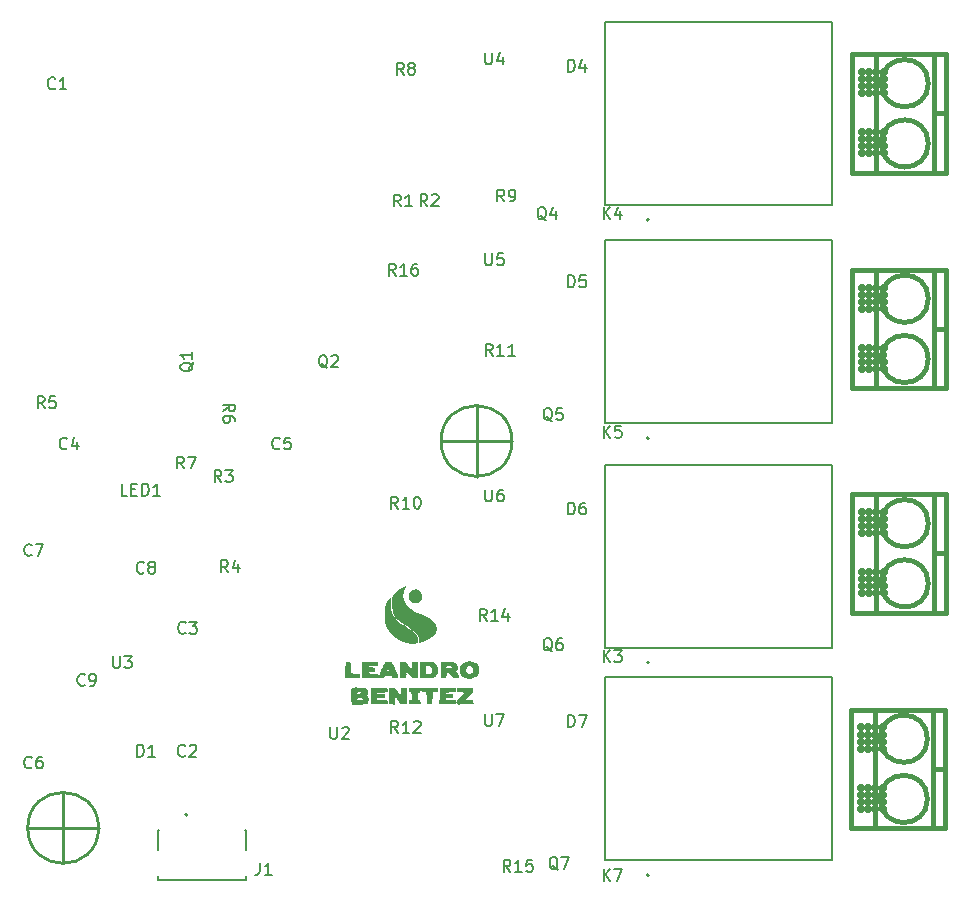
<source format=gbr>
%TF.GenerationSoftware,KiCad,Pcbnew,7.0.1*%
%TF.CreationDate,2023-08-30T01:48:52-03:00*%
%TF.ProjectId,IOT-V2,494f542d-5632-42e6-9b69-6361645f7063,rev?*%
%TF.SameCoordinates,Original*%
%TF.FileFunction,Legend,Top*%
%TF.FilePolarity,Positive*%
%FSLAX46Y46*%
G04 Gerber Fmt 4.6, Leading zero omitted, Abs format (unit mm)*
G04 Created by KiCad (PCBNEW 7.0.1) date 2023-08-30 01:48:52*
%MOMM*%
%LPD*%
G01*
G04 APERTURE LIST*
%ADD10C,0.200000*%
%ADD11C,0.150000*%
%ADD12C,0.381000*%
%ADD13C,0.254000*%
%ADD14C,0.127000*%
%ADD15C,0.700000*%
G04 APERTURE END LIST*
D10*
%TO.C,U6*%
X130738095Y-86362619D02*
X130738095Y-87172142D01*
X130738095Y-87172142D02*
X130785714Y-87267380D01*
X130785714Y-87267380D02*
X130833333Y-87315000D01*
X130833333Y-87315000D02*
X130928571Y-87362619D01*
X130928571Y-87362619D02*
X131119047Y-87362619D01*
X131119047Y-87362619D02*
X131214285Y-87315000D01*
X131214285Y-87315000D02*
X131261904Y-87267380D01*
X131261904Y-87267380D02*
X131309523Y-87172142D01*
X131309523Y-87172142D02*
X131309523Y-86362619D01*
X132214285Y-86362619D02*
X132023809Y-86362619D01*
X132023809Y-86362619D02*
X131928571Y-86410238D01*
X131928571Y-86410238D02*
X131880952Y-86457857D01*
X131880952Y-86457857D02*
X131785714Y-86600714D01*
X131785714Y-86600714D02*
X131738095Y-86791190D01*
X131738095Y-86791190D02*
X131738095Y-87172142D01*
X131738095Y-87172142D02*
X131785714Y-87267380D01*
X131785714Y-87267380D02*
X131833333Y-87315000D01*
X131833333Y-87315000D02*
X131928571Y-87362619D01*
X131928571Y-87362619D02*
X132119047Y-87362619D01*
X132119047Y-87362619D02*
X132214285Y-87315000D01*
X132214285Y-87315000D02*
X132261904Y-87267380D01*
X132261904Y-87267380D02*
X132309523Y-87172142D01*
X132309523Y-87172142D02*
X132309523Y-86934047D01*
X132309523Y-86934047D02*
X132261904Y-86838809D01*
X132261904Y-86838809D02*
X132214285Y-86791190D01*
X132214285Y-86791190D02*
X132119047Y-86743571D01*
X132119047Y-86743571D02*
X131928571Y-86743571D01*
X131928571Y-86743571D02*
X131833333Y-86791190D01*
X131833333Y-86791190D02*
X131785714Y-86838809D01*
X131785714Y-86838809D02*
X131738095Y-86934047D01*
%TO.C,Q1*%
X106022857Y-75595238D02*
X105975238Y-75690476D01*
X105975238Y-75690476D02*
X105880000Y-75785714D01*
X105880000Y-75785714D02*
X105737142Y-75928571D01*
X105737142Y-75928571D02*
X105689523Y-76023809D01*
X105689523Y-76023809D02*
X105689523Y-76119047D01*
X105927619Y-76071428D02*
X105880000Y-76166666D01*
X105880000Y-76166666D02*
X105784761Y-76261904D01*
X105784761Y-76261904D02*
X105594285Y-76309523D01*
X105594285Y-76309523D02*
X105260952Y-76309523D01*
X105260952Y-76309523D02*
X105070476Y-76261904D01*
X105070476Y-76261904D02*
X104975238Y-76166666D01*
X104975238Y-76166666D02*
X104927619Y-76071428D01*
X104927619Y-76071428D02*
X104927619Y-75880952D01*
X104927619Y-75880952D02*
X104975238Y-75785714D01*
X104975238Y-75785714D02*
X105070476Y-75690476D01*
X105070476Y-75690476D02*
X105260952Y-75642857D01*
X105260952Y-75642857D02*
X105594285Y-75642857D01*
X105594285Y-75642857D02*
X105784761Y-75690476D01*
X105784761Y-75690476D02*
X105880000Y-75785714D01*
X105880000Y-75785714D02*
X105927619Y-75880952D01*
X105927619Y-75880952D02*
X105927619Y-76071428D01*
X105927619Y-74690476D02*
X105927619Y-75261904D01*
X105927619Y-74976190D02*
X104927619Y-74976190D01*
X104927619Y-74976190D02*
X105070476Y-75071428D01*
X105070476Y-75071428D02*
X105165714Y-75166666D01*
X105165714Y-75166666D02*
X105213333Y-75261904D01*
%TO.C,LED1*%
X100445952Y-86862619D02*
X99969762Y-86862619D01*
X99969762Y-86862619D02*
X99969762Y-85862619D01*
X100779286Y-86338809D02*
X101112619Y-86338809D01*
X101255476Y-86862619D02*
X100779286Y-86862619D01*
X100779286Y-86862619D02*
X100779286Y-85862619D01*
X100779286Y-85862619D02*
X101255476Y-85862619D01*
X101684048Y-86862619D02*
X101684048Y-85862619D01*
X101684048Y-85862619D02*
X101922143Y-85862619D01*
X101922143Y-85862619D02*
X102065000Y-85910238D01*
X102065000Y-85910238D02*
X102160238Y-86005476D01*
X102160238Y-86005476D02*
X102207857Y-86100714D01*
X102207857Y-86100714D02*
X102255476Y-86291190D01*
X102255476Y-86291190D02*
X102255476Y-86434047D01*
X102255476Y-86434047D02*
X102207857Y-86624523D01*
X102207857Y-86624523D02*
X102160238Y-86719761D01*
X102160238Y-86719761D02*
X102065000Y-86815000D01*
X102065000Y-86815000D02*
X101922143Y-86862619D01*
X101922143Y-86862619D02*
X101684048Y-86862619D01*
X103207857Y-86862619D02*
X102636429Y-86862619D01*
X102922143Y-86862619D02*
X102922143Y-85862619D01*
X102922143Y-85862619D02*
X102826905Y-86005476D01*
X102826905Y-86005476D02*
X102731667Y-86100714D01*
X102731667Y-86100714D02*
X102636429Y-86148333D01*
%TO.C,D4*%
X137761905Y-50962619D02*
X137761905Y-49962619D01*
X137761905Y-49962619D02*
X138000000Y-49962619D01*
X138000000Y-49962619D02*
X138142857Y-50010238D01*
X138142857Y-50010238D02*
X138238095Y-50105476D01*
X138238095Y-50105476D02*
X138285714Y-50200714D01*
X138285714Y-50200714D02*
X138333333Y-50391190D01*
X138333333Y-50391190D02*
X138333333Y-50534047D01*
X138333333Y-50534047D02*
X138285714Y-50724523D01*
X138285714Y-50724523D02*
X138238095Y-50819761D01*
X138238095Y-50819761D02*
X138142857Y-50915000D01*
X138142857Y-50915000D02*
X138000000Y-50962619D01*
X138000000Y-50962619D02*
X137761905Y-50962619D01*
X139190476Y-50295952D02*
X139190476Y-50962619D01*
X138952381Y-49915000D02*
X138714286Y-50629285D01*
X138714286Y-50629285D02*
X139333333Y-50629285D01*
%TO.C,Q5*%
X136404761Y-80557857D02*
X136309523Y-80510238D01*
X136309523Y-80510238D02*
X136214285Y-80415000D01*
X136214285Y-80415000D02*
X136071428Y-80272142D01*
X136071428Y-80272142D02*
X135976190Y-80224523D01*
X135976190Y-80224523D02*
X135880952Y-80224523D01*
X135928571Y-80462619D02*
X135833333Y-80415000D01*
X135833333Y-80415000D02*
X135738095Y-80319761D01*
X135738095Y-80319761D02*
X135690476Y-80129285D01*
X135690476Y-80129285D02*
X135690476Y-79795952D01*
X135690476Y-79795952D02*
X135738095Y-79605476D01*
X135738095Y-79605476D02*
X135833333Y-79510238D01*
X135833333Y-79510238D02*
X135928571Y-79462619D01*
X135928571Y-79462619D02*
X136119047Y-79462619D01*
X136119047Y-79462619D02*
X136214285Y-79510238D01*
X136214285Y-79510238D02*
X136309523Y-79605476D01*
X136309523Y-79605476D02*
X136357142Y-79795952D01*
X136357142Y-79795952D02*
X136357142Y-80129285D01*
X136357142Y-80129285D02*
X136309523Y-80319761D01*
X136309523Y-80319761D02*
X136214285Y-80415000D01*
X136214285Y-80415000D02*
X136119047Y-80462619D01*
X136119047Y-80462619D02*
X135928571Y-80462619D01*
X137261904Y-79462619D02*
X136785714Y-79462619D01*
X136785714Y-79462619D02*
X136738095Y-79938809D01*
X136738095Y-79938809D02*
X136785714Y-79891190D01*
X136785714Y-79891190D02*
X136880952Y-79843571D01*
X136880952Y-79843571D02*
X137119047Y-79843571D01*
X137119047Y-79843571D02*
X137214285Y-79891190D01*
X137214285Y-79891190D02*
X137261904Y-79938809D01*
X137261904Y-79938809D02*
X137309523Y-80034047D01*
X137309523Y-80034047D02*
X137309523Y-80272142D01*
X137309523Y-80272142D02*
X137261904Y-80367380D01*
X137261904Y-80367380D02*
X137214285Y-80415000D01*
X137214285Y-80415000D02*
X137119047Y-80462619D01*
X137119047Y-80462619D02*
X136880952Y-80462619D01*
X136880952Y-80462619D02*
X136785714Y-80415000D01*
X136785714Y-80415000D02*
X136738095Y-80367380D01*
%TO.C,C7*%
X92333333Y-91867380D02*
X92285714Y-91915000D01*
X92285714Y-91915000D02*
X92142857Y-91962619D01*
X92142857Y-91962619D02*
X92047619Y-91962619D01*
X92047619Y-91962619D02*
X91904762Y-91915000D01*
X91904762Y-91915000D02*
X91809524Y-91819761D01*
X91809524Y-91819761D02*
X91761905Y-91724523D01*
X91761905Y-91724523D02*
X91714286Y-91534047D01*
X91714286Y-91534047D02*
X91714286Y-91391190D01*
X91714286Y-91391190D02*
X91761905Y-91200714D01*
X91761905Y-91200714D02*
X91809524Y-91105476D01*
X91809524Y-91105476D02*
X91904762Y-91010238D01*
X91904762Y-91010238D02*
X92047619Y-90962619D01*
X92047619Y-90962619D02*
X92142857Y-90962619D01*
X92142857Y-90962619D02*
X92285714Y-91010238D01*
X92285714Y-91010238D02*
X92333333Y-91057857D01*
X92666667Y-90962619D02*
X93333333Y-90962619D01*
X93333333Y-90962619D02*
X92904762Y-91962619D01*
%TO.C,R12*%
X123357142Y-106962619D02*
X123023809Y-106486428D01*
X122785714Y-106962619D02*
X122785714Y-105962619D01*
X122785714Y-105962619D02*
X123166666Y-105962619D01*
X123166666Y-105962619D02*
X123261904Y-106010238D01*
X123261904Y-106010238D02*
X123309523Y-106057857D01*
X123309523Y-106057857D02*
X123357142Y-106153095D01*
X123357142Y-106153095D02*
X123357142Y-106295952D01*
X123357142Y-106295952D02*
X123309523Y-106391190D01*
X123309523Y-106391190D02*
X123261904Y-106438809D01*
X123261904Y-106438809D02*
X123166666Y-106486428D01*
X123166666Y-106486428D02*
X122785714Y-106486428D01*
X124309523Y-106962619D02*
X123738095Y-106962619D01*
X124023809Y-106962619D02*
X124023809Y-105962619D01*
X124023809Y-105962619D02*
X123928571Y-106105476D01*
X123928571Y-106105476D02*
X123833333Y-106200714D01*
X123833333Y-106200714D02*
X123738095Y-106248333D01*
X124690476Y-106057857D02*
X124738095Y-106010238D01*
X124738095Y-106010238D02*
X124833333Y-105962619D01*
X124833333Y-105962619D02*
X125071428Y-105962619D01*
X125071428Y-105962619D02*
X125166666Y-106010238D01*
X125166666Y-106010238D02*
X125214285Y-106057857D01*
X125214285Y-106057857D02*
X125261904Y-106153095D01*
X125261904Y-106153095D02*
X125261904Y-106248333D01*
X125261904Y-106248333D02*
X125214285Y-106391190D01*
X125214285Y-106391190D02*
X124642857Y-106962619D01*
X124642857Y-106962619D02*
X125261904Y-106962619D01*
%TO.C,R1*%
X123583333Y-62387619D02*
X123250000Y-61911428D01*
X123011905Y-62387619D02*
X123011905Y-61387619D01*
X123011905Y-61387619D02*
X123392857Y-61387619D01*
X123392857Y-61387619D02*
X123488095Y-61435238D01*
X123488095Y-61435238D02*
X123535714Y-61482857D01*
X123535714Y-61482857D02*
X123583333Y-61578095D01*
X123583333Y-61578095D02*
X123583333Y-61720952D01*
X123583333Y-61720952D02*
X123535714Y-61816190D01*
X123535714Y-61816190D02*
X123488095Y-61863809D01*
X123488095Y-61863809D02*
X123392857Y-61911428D01*
X123392857Y-61911428D02*
X123011905Y-61911428D01*
X124535714Y-62387619D02*
X123964286Y-62387619D01*
X124250000Y-62387619D02*
X124250000Y-61387619D01*
X124250000Y-61387619D02*
X124154762Y-61530476D01*
X124154762Y-61530476D02*
X124059524Y-61625714D01*
X124059524Y-61625714D02*
X123964286Y-61673333D01*
%TO.C,C6*%
X92333333Y-109867380D02*
X92285714Y-109915000D01*
X92285714Y-109915000D02*
X92142857Y-109962619D01*
X92142857Y-109962619D02*
X92047619Y-109962619D01*
X92047619Y-109962619D02*
X91904762Y-109915000D01*
X91904762Y-109915000D02*
X91809524Y-109819761D01*
X91809524Y-109819761D02*
X91761905Y-109724523D01*
X91761905Y-109724523D02*
X91714286Y-109534047D01*
X91714286Y-109534047D02*
X91714286Y-109391190D01*
X91714286Y-109391190D02*
X91761905Y-109200714D01*
X91761905Y-109200714D02*
X91809524Y-109105476D01*
X91809524Y-109105476D02*
X91904762Y-109010238D01*
X91904762Y-109010238D02*
X92047619Y-108962619D01*
X92047619Y-108962619D02*
X92142857Y-108962619D01*
X92142857Y-108962619D02*
X92285714Y-109010238D01*
X92285714Y-109010238D02*
X92333333Y-109057857D01*
X93190476Y-108962619D02*
X93000000Y-108962619D01*
X93000000Y-108962619D02*
X92904762Y-109010238D01*
X92904762Y-109010238D02*
X92857143Y-109057857D01*
X92857143Y-109057857D02*
X92761905Y-109200714D01*
X92761905Y-109200714D02*
X92714286Y-109391190D01*
X92714286Y-109391190D02*
X92714286Y-109772142D01*
X92714286Y-109772142D02*
X92761905Y-109867380D01*
X92761905Y-109867380D02*
X92809524Y-109915000D01*
X92809524Y-109915000D02*
X92904762Y-109962619D01*
X92904762Y-109962619D02*
X93095238Y-109962619D01*
X93095238Y-109962619D02*
X93190476Y-109915000D01*
X93190476Y-109915000D02*
X93238095Y-109867380D01*
X93238095Y-109867380D02*
X93285714Y-109772142D01*
X93285714Y-109772142D02*
X93285714Y-109534047D01*
X93285714Y-109534047D02*
X93238095Y-109438809D01*
X93238095Y-109438809D02*
X93190476Y-109391190D01*
X93190476Y-109391190D02*
X93095238Y-109343571D01*
X93095238Y-109343571D02*
X92904762Y-109343571D01*
X92904762Y-109343571D02*
X92809524Y-109391190D01*
X92809524Y-109391190D02*
X92761905Y-109438809D01*
X92761905Y-109438809D02*
X92714286Y-109534047D01*
%TO.C,R11*%
X131357142Y-75032619D02*
X131023809Y-74556428D01*
X130785714Y-75032619D02*
X130785714Y-74032619D01*
X130785714Y-74032619D02*
X131166666Y-74032619D01*
X131166666Y-74032619D02*
X131261904Y-74080238D01*
X131261904Y-74080238D02*
X131309523Y-74127857D01*
X131309523Y-74127857D02*
X131357142Y-74223095D01*
X131357142Y-74223095D02*
X131357142Y-74365952D01*
X131357142Y-74365952D02*
X131309523Y-74461190D01*
X131309523Y-74461190D02*
X131261904Y-74508809D01*
X131261904Y-74508809D02*
X131166666Y-74556428D01*
X131166666Y-74556428D02*
X130785714Y-74556428D01*
X132309523Y-75032619D02*
X131738095Y-75032619D01*
X132023809Y-75032619D02*
X132023809Y-74032619D01*
X132023809Y-74032619D02*
X131928571Y-74175476D01*
X131928571Y-74175476D02*
X131833333Y-74270714D01*
X131833333Y-74270714D02*
X131738095Y-74318333D01*
X133261904Y-75032619D02*
X132690476Y-75032619D01*
X132976190Y-75032619D02*
X132976190Y-74032619D01*
X132976190Y-74032619D02*
X132880952Y-74175476D01*
X132880952Y-74175476D02*
X132785714Y-74270714D01*
X132785714Y-74270714D02*
X132690476Y-74318333D01*
%TO.C,R3*%
X108403333Y-85712619D02*
X108070000Y-85236428D01*
X107831905Y-85712619D02*
X107831905Y-84712619D01*
X107831905Y-84712619D02*
X108212857Y-84712619D01*
X108212857Y-84712619D02*
X108308095Y-84760238D01*
X108308095Y-84760238D02*
X108355714Y-84807857D01*
X108355714Y-84807857D02*
X108403333Y-84903095D01*
X108403333Y-84903095D02*
X108403333Y-85045952D01*
X108403333Y-85045952D02*
X108355714Y-85141190D01*
X108355714Y-85141190D02*
X108308095Y-85188809D01*
X108308095Y-85188809D02*
X108212857Y-85236428D01*
X108212857Y-85236428D02*
X107831905Y-85236428D01*
X108736667Y-84712619D02*
X109355714Y-84712619D01*
X109355714Y-84712619D02*
X109022381Y-85093571D01*
X109022381Y-85093571D02*
X109165238Y-85093571D01*
X109165238Y-85093571D02*
X109260476Y-85141190D01*
X109260476Y-85141190D02*
X109308095Y-85188809D01*
X109308095Y-85188809D02*
X109355714Y-85284047D01*
X109355714Y-85284047D02*
X109355714Y-85522142D01*
X109355714Y-85522142D02*
X109308095Y-85617380D01*
X109308095Y-85617380D02*
X109260476Y-85665000D01*
X109260476Y-85665000D02*
X109165238Y-85712619D01*
X109165238Y-85712619D02*
X108879524Y-85712619D01*
X108879524Y-85712619D02*
X108784286Y-85665000D01*
X108784286Y-85665000D02*
X108736667Y-85617380D01*
%TO.C,R16*%
X123157142Y-68232619D02*
X122823809Y-67756428D01*
X122585714Y-68232619D02*
X122585714Y-67232619D01*
X122585714Y-67232619D02*
X122966666Y-67232619D01*
X122966666Y-67232619D02*
X123061904Y-67280238D01*
X123061904Y-67280238D02*
X123109523Y-67327857D01*
X123109523Y-67327857D02*
X123157142Y-67423095D01*
X123157142Y-67423095D02*
X123157142Y-67565952D01*
X123157142Y-67565952D02*
X123109523Y-67661190D01*
X123109523Y-67661190D02*
X123061904Y-67708809D01*
X123061904Y-67708809D02*
X122966666Y-67756428D01*
X122966666Y-67756428D02*
X122585714Y-67756428D01*
X124109523Y-68232619D02*
X123538095Y-68232619D01*
X123823809Y-68232619D02*
X123823809Y-67232619D01*
X123823809Y-67232619D02*
X123728571Y-67375476D01*
X123728571Y-67375476D02*
X123633333Y-67470714D01*
X123633333Y-67470714D02*
X123538095Y-67518333D01*
X124966666Y-67232619D02*
X124776190Y-67232619D01*
X124776190Y-67232619D02*
X124680952Y-67280238D01*
X124680952Y-67280238D02*
X124633333Y-67327857D01*
X124633333Y-67327857D02*
X124538095Y-67470714D01*
X124538095Y-67470714D02*
X124490476Y-67661190D01*
X124490476Y-67661190D02*
X124490476Y-68042142D01*
X124490476Y-68042142D02*
X124538095Y-68137380D01*
X124538095Y-68137380D02*
X124585714Y-68185000D01*
X124585714Y-68185000D02*
X124680952Y-68232619D01*
X124680952Y-68232619D02*
X124871428Y-68232619D01*
X124871428Y-68232619D02*
X124966666Y-68185000D01*
X124966666Y-68185000D02*
X125014285Y-68137380D01*
X125014285Y-68137380D02*
X125061904Y-68042142D01*
X125061904Y-68042142D02*
X125061904Y-67804047D01*
X125061904Y-67804047D02*
X125014285Y-67708809D01*
X125014285Y-67708809D02*
X124966666Y-67661190D01*
X124966666Y-67661190D02*
X124871428Y-67613571D01*
X124871428Y-67613571D02*
X124680952Y-67613571D01*
X124680952Y-67613571D02*
X124585714Y-67661190D01*
X124585714Y-67661190D02*
X124538095Y-67708809D01*
X124538095Y-67708809D02*
X124490476Y-67804047D01*
%TO.C,R2*%
X125833333Y-62362619D02*
X125500000Y-61886428D01*
X125261905Y-62362619D02*
X125261905Y-61362619D01*
X125261905Y-61362619D02*
X125642857Y-61362619D01*
X125642857Y-61362619D02*
X125738095Y-61410238D01*
X125738095Y-61410238D02*
X125785714Y-61457857D01*
X125785714Y-61457857D02*
X125833333Y-61553095D01*
X125833333Y-61553095D02*
X125833333Y-61695952D01*
X125833333Y-61695952D02*
X125785714Y-61791190D01*
X125785714Y-61791190D02*
X125738095Y-61838809D01*
X125738095Y-61838809D02*
X125642857Y-61886428D01*
X125642857Y-61886428D02*
X125261905Y-61886428D01*
X126214286Y-61457857D02*
X126261905Y-61410238D01*
X126261905Y-61410238D02*
X126357143Y-61362619D01*
X126357143Y-61362619D02*
X126595238Y-61362619D01*
X126595238Y-61362619D02*
X126690476Y-61410238D01*
X126690476Y-61410238D02*
X126738095Y-61457857D01*
X126738095Y-61457857D02*
X126785714Y-61553095D01*
X126785714Y-61553095D02*
X126785714Y-61648333D01*
X126785714Y-61648333D02*
X126738095Y-61791190D01*
X126738095Y-61791190D02*
X126166667Y-62362619D01*
X126166667Y-62362619D02*
X126785714Y-62362619D01*
%TO.C,R7*%
X105228333Y-84562619D02*
X104895000Y-84086428D01*
X104656905Y-84562619D02*
X104656905Y-83562619D01*
X104656905Y-83562619D02*
X105037857Y-83562619D01*
X105037857Y-83562619D02*
X105133095Y-83610238D01*
X105133095Y-83610238D02*
X105180714Y-83657857D01*
X105180714Y-83657857D02*
X105228333Y-83753095D01*
X105228333Y-83753095D02*
X105228333Y-83895952D01*
X105228333Y-83895952D02*
X105180714Y-83991190D01*
X105180714Y-83991190D02*
X105133095Y-84038809D01*
X105133095Y-84038809D02*
X105037857Y-84086428D01*
X105037857Y-84086428D02*
X104656905Y-84086428D01*
X105561667Y-83562619D02*
X106228333Y-83562619D01*
X106228333Y-83562619D02*
X105799762Y-84562619D01*
%TO.C,Q4*%
X135904761Y-63557857D02*
X135809523Y-63510238D01*
X135809523Y-63510238D02*
X135714285Y-63415000D01*
X135714285Y-63415000D02*
X135571428Y-63272142D01*
X135571428Y-63272142D02*
X135476190Y-63224523D01*
X135476190Y-63224523D02*
X135380952Y-63224523D01*
X135428571Y-63462619D02*
X135333333Y-63415000D01*
X135333333Y-63415000D02*
X135238095Y-63319761D01*
X135238095Y-63319761D02*
X135190476Y-63129285D01*
X135190476Y-63129285D02*
X135190476Y-62795952D01*
X135190476Y-62795952D02*
X135238095Y-62605476D01*
X135238095Y-62605476D02*
X135333333Y-62510238D01*
X135333333Y-62510238D02*
X135428571Y-62462619D01*
X135428571Y-62462619D02*
X135619047Y-62462619D01*
X135619047Y-62462619D02*
X135714285Y-62510238D01*
X135714285Y-62510238D02*
X135809523Y-62605476D01*
X135809523Y-62605476D02*
X135857142Y-62795952D01*
X135857142Y-62795952D02*
X135857142Y-63129285D01*
X135857142Y-63129285D02*
X135809523Y-63319761D01*
X135809523Y-63319761D02*
X135714285Y-63415000D01*
X135714285Y-63415000D02*
X135619047Y-63462619D01*
X135619047Y-63462619D02*
X135428571Y-63462619D01*
X136714285Y-62795952D02*
X136714285Y-63462619D01*
X136476190Y-62415000D02*
X136238095Y-63129285D01*
X136238095Y-63129285D02*
X136857142Y-63129285D01*
%TO.C,D5*%
X137761905Y-69212619D02*
X137761905Y-68212619D01*
X137761905Y-68212619D02*
X138000000Y-68212619D01*
X138000000Y-68212619D02*
X138142857Y-68260238D01*
X138142857Y-68260238D02*
X138238095Y-68355476D01*
X138238095Y-68355476D02*
X138285714Y-68450714D01*
X138285714Y-68450714D02*
X138333333Y-68641190D01*
X138333333Y-68641190D02*
X138333333Y-68784047D01*
X138333333Y-68784047D02*
X138285714Y-68974523D01*
X138285714Y-68974523D02*
X138238095Y-69069761D01*
X138238095Y-69069761D02*
X138142857Y-69165000D01*
X138142857Y-69165000D02*
X138000000Y-69212619D01*
X138000000Y-69212619D02*
X137761905Y-69212619D01*
X139238095Y-68212619D02*
X138761905Y-68212619D01*
X138761905Y-68212619D02*
X138714286Y-68688809D01*
X138714286Y-68688809D02*
X138761905Y-68641190D01*
X138761905Y-68641190D02*
X138857143Y-68593571D01*
X138857143Y-68593571D02*
X139095238Y-68593571D01*
X139095238Y-68593571D02*
X139190476Y-68641190D01*
X139190476Y-68641190D02*
X139238095Y-68688809D01*
X139238095Y-68688809D02*
X139285714Y-68784047D01*
X139285714Y-68784047D02*
X139285714Y-69022142D01*
X139285714Y-69022142D02*
X139238095Y-69117380D01*
X139238095Y-69117380D02*
X139190476Y-69165000D01*
X139190476Y-69165000D02*
X139095238Y-69212619D01*
X139095238Y-69212619D02*
X138857143Y-69212619D01*
X138857143Y-69212619D02*
X138761905Y-69165000D01*
X138761905Y-69165000D02*
X138714286Y-69117380D01*
%TO.C,U5*%
X130738095Y-66362619D02*
X130738095Y-67172142D01*
X130738095Y-67172142D02*
X130785714Y-67267380D01*
X130785714Y-67267380D02*
X130833333Y-67315000D01*
X130833333Y-67315000D02*
X130928571Y-67362619D01*
X130928571Y-67362619D02*
X131119047Y-67362619D01*
X131119047Y-67362619D02*
X131214285Y-67315000D01*
X131214285Y-67315000D02*
X131261904Y-67267380D01*
X131261904Y-67267380D02*
X131309523Y-67172142D01*
X131309523Y-67172142D02*
X131309523Y-66362619D01*
X132261904Y-66362619D02*
X131785714Y-66362619D01*
X131785714Y-66362619D02*
X131738095Y-66838809D01*
X131738095Y-66838809D02*
X131785714Y-66791190D01*
X131785714Y-66791190D02*
X131880952Y-66743571D01*
X131880952Y-66743571D02*
X132119047Y-66743571D01*
X132119047Y-66743571D02*
X132214285Y-66791190D01*
X132214285Y-66791190D02*
X132261904Y-66838809D01*
X132261904Y-66838809D02*
X132309523Y-66934047D01*
X132309523Y-66934047D02*
X132309523Y-67172142D01*
X132309523Y-67172142D02*
X132261904Y-67267380D01*
X132261904Y-67267380D02*
X132214285Y-67315000D01*
X132214285Y-67315000D02*
X132119047Y-67362619D01*
X132119047Y-67362619D02*
X131880952Y-67362619D01*
X131880952Y-67362619D02*
X131785714Y-67315000D01*
X131785714Y-67315000D02*
X131738095Y-67267380D01*
%TO.C,R15*%
X132857142Y-118712619D02*
X132523809Y-118236428D01*
X132285714Y-118712619D02*
X132285714Y-117712619D01*
X132285714Y-117712619D02*
X132666666Y-117712619D01*
X132666666Y-117712619D02*
X132761904Y-117760238D01*
X132761904Y-117760238D02*
X132809523Y-117807857D01*
X132809523Y-117807857D02*
X132857142Y-117903095D01*
X132857142Y-117903095D02*
X132857142Y-118045952D01*
X132857142Y-118045952D02*
X132809523Y-118141190D01*
X132809523Y-118141190D02*
X132761904Y-118188809D01*
X132761904Y-118188809D02*
X132666666Y-118236428D01*
X132666666Y-118236428D02*
X132285714Y-118236428D01*
X133809523Y-118712619D02*
X133238095Y-118712619D01*
X133523809Y-118712619D02*
X133523809Y-117712619D01*
X133523809Y-117712619D02*
X133428571Y-117855476D01*
X133428571Y-117855476D02*
X133333333Y-117950714D01*
X133333333Y-117950714D02*
X133238095Y-117998333D01*
X134714285Y-117712619D02*
X134238095Y-117712619D01*
X134238095Y-117712619D02*
X134190476Y-118188809D01*
X134190476Y-118188809D02*
X134238095Y-118141190D01*
X134238095Y-118141190D02*
X134333333Y-118093571D01*
X134333333Y-118093571D02*
X134571428Y-118093571D01*
X134571428Y-118093571D02*
X134666666Y-118141190D01*
X134666666Y-118141190D02*
X134714285Y-118188809D01*
X134714285Y-118188809D02*
X134761904Y-118284047D01*
X134761904Y-118284047D02*
X134761904Y-118522142D01*
X134761904Y-118522142D02*
X134714285Y-118617380D01*
X134714285Y-118617380D02*
X134666666Y-118665000D01*
X134666666Y-118665000D02*
X134571428Y-118712619D01*
X134571428Y-118712619D02*
X134333333Y-118712619D01*
X134333333Y-118712619D02*
X134238095Y-118665000D01*
X134238095Y-118665000D02*
X134190476Y-118617380D01*
%TO.C,R14*%
X130857142Y-97462619D02*
X130523809Y-96986428D01*
X130285714Y-97462619D02*
X130285714Y-96462619D01*
X130285714Y-96462619D02*
X130666666Y-96462619D01*
X130666666Y-96462619D02*
X130761904Y-96510238D01*
X130761904Y-96510238D02*
X130809523Y-96557857D01*
X130809523Y-96557857D02*
X130857142Y-96653095D01*
X130857142Y-96653095D02*
X130857142Y-96795952D01*
X130857142Y-96795952D02*
X130809523Y-96891190D01*
X130809523Y-96891190D02*
X130761904Y-96938809D01*
X130761904Y-96938809D02*
X130666666Y-96986428D01*
X130666666Y-96986428D02*
X130285714Y-96986428D01*
X131809523Y-97462619D02*
X131238095Y-97462619D01*
X131523809Y-97462619D02*
X131523809Y-96462619D01*
X131523809Y-96462619D02*
X131428571Y-96605476D01*
X131428571Y-96605476D02*
X131333333Y-96700714D01*
X131333333Y-96700714D02*
X131238095Y-96748333D01*
X132666666Y-96795952D02*
X132666666Y-97462619D01*
X132428571Y-96415000D02*
X132190476Y-97129285D01*
X132190476Y-97129285D02*
X132809523Y-97129285D01*
%TO.C,C8*%
X101833333Y-93367380D02*
X101785714Y-93415000D01*
X101785714Y-93415000D02*
X101642857Y-93462619D01*
X101642857Y-93462619D02*
X101547619Y-93462619D01*
X101547619Y-93462619D02*
X101404762Y-93415000D01*
X101404762Y-93415000D02*
X101309524Y-93319761D01*
X101309524Y-93319761D02*
X101261905Y-93224523D01*
X101261905Y-93224523D02*
X101214286Y-93034047D01*
X101214286Y-93034047D02*
X101214286Y-92891190D01*
X101214286Y-92891190D02*
X101261905Y-92700714D01*
X101261905Y-92700714D02*
X101309524Y-92605476D01*
X101309524Y-92605476D02*
X101404762Y-92510238D01*
X101404762Y-92510238D02*
X101547619Y-92462619D01*
X101547619Y-92462619D02*
X101642857Y-92462619D01*
X101642857Y-92462619D02*
X101785714Y-92510238D01*
X101785714Y-92510238D02*
X101833333Y-92557857D01*
X102404762Y-92891190D02*
X102309524Y-92843571D01*
X102309524Y-92843571D02*
X102261905Y-92795952D01*
X102261905Y-92795952D02*
X102214286Y-92700714D01*
X102214286Y-92700714D02*
X102214286Y-92653095D01*
X102214286Y-92653095D02*
X102261905Y-92557857D01*
X102261905Y-92557857D02*
X102309524Y-92510238D01*
X102309524Y-92510238D02*
X102404762Y-92462619D01*
X102404762Y-92462619D02*
X102595238Y-92462619D01*
X102595238Y-92462619D02*
X102690476Y-92510238D01*
X102690476Y-92510238D02*
X102738095Y-92557857D01*
X102738095Y-92557857D02*
X102785714Y-92653095D01*
X102785714Y-92653095D02*
X102785714Y-92700714D01*
X102785714Y-92700714D02*
X102738095Y-92795952D01*
X102738095Y-92795952D02*
X102690476Y-92843571D01*
X102690476Y-92843571D02*
X102595238Y-92891190D01*
X102595238Y-92891190D02*
X102404762Y-92891190D01*
X102404762Y-92891190D02*
X102309524Y-92938809D01*
X102309524Y-92938809D02*
X102261905Y-92986428D01*
X102261905Y-92986428D02*
X102214286Y-93081666D01*
X102214286Y-93081666D02*
X102214286Y-93272142D01*
X102214286Y-93272142D02*
X102261905Y-93367380D01*
X102261905Y-93367380D02*
X102309524Y-93415000D01*
X102309524Y-93415000D02*
X102404762Y-93462619D01*
X102404762Y-93462619D02*
X102595238Y-93462619D01*
X102595238Y-93462619D02*
X102690476Y-93415000D01*
X102690476Y-93415000D02*
X102738095Y-93367380D01*
X102738095Y-93367380D02*
X102785714Y-93272142D01*
X102785714Y-93272142D02*
X102785714Y-93081666D01*
X102785714Y-93081666D02*
X102738095Y-92986428D01*
X102738095Y-92986428D02*
X102690476Y-92938809D01*
X102690476Y-92938809D02*
X102595238Y-92891190D01*
%TO.C,U4*%
X130738095Y-49362619D02*
X130738095Y-50172142D01*
X130738095Y-50172142D02*
X130785714Y-50267380D01*
X130785714Y-50267380D02*
X130833333Y-50315000D01*
X130833333Y-50315000D02*
X130928571Y-50362619D01*
X130928571Y-50362619D02*
X131119047Y-50362619D01*
X131119047Y-50362619D02*
X131214285Y-50315000D01*
X131214285Y-50315000D02*
X131261904Y-50267380D01*
X131261904Y-50267380D02*
X131309523Y-50172142D01*
X131309523Y-50172142D02*
X131309523Y-49362619D01*
X132214285Y-49695952D02*
X132214285Y-50362619D01*
X131976190Y-49315000D02*
X131738095Y-50029285D01*
X131738095Y-50029285D02*
X132357142Y-50029285D01*
%TO.C,R4*%
X108963333Y-93352619D02*
X108630000Y-92876428D01*
X108391905Y-93352619D02*
X108391905Y-92352619D01*
X108391905Y-92352619D02*
X108772857Y-92352619D01*
X108772857Y-92352619D02*
X108868095Y-92400238D01*
X108868095Y-92400238D02*
X108915714Y-92447857D01*
X108915714Y-92447857D02*
X108963333Y-92543095D01*
X108963333Y-92543095D02*
X108963333Y-92685952D01*
X108963333Y-92685952D02*
X108915714Y-92781190D01*
X108915714Y-92781190D02*
X108868095Y-92828809D01*
X108868095Y-92828809D02*
X108772857Y-92876428D01*
X108772857Y-92876428D02*
X108391905Y-92876428D01*
X109820476Y-92685952D02*
X109820476Y-93352619D01*
X109582381Y-92305000D02*
X109344286Y-93019285D01*
X109344286Y-93019285D02*
X109963333Y-93019285D01*
%TO.C,C3*%
X105363333Y-98467380D02*
X105315714Y-98515000D01*
X105315714Y-98515000D02*
X105172857Y-98562619D01*
X105172857Y-98562619D02*
X105077619Y-98562619D01*
X105077619Y-98562619D02*
X104934762Y-98515000D01*
X104934762Y-98515000D02*
X104839524Y-98419761D01*
X104839524Y-98419761D02*
X104791905Y-98324523D01*
X104791905Y-98324523D02*
X104744286Y-98134047D01*
X104744286Y-98134047D02*
X104744286Y-97991190D01*
X104744286Y-97991190D02*
X104791905Y-97800714D01*
X104791905Y-97800714D02*
X104839524Y-97705476D01*
X104839524Y-97705476D02*
X104934762Y-97610238D01*
X104934762Y-97610238D02*
X105077619Y-97562619D01*
X105077619Y-97562619D02*
X105172857Y-97562619D01*
X105172857Y-97562619D02*
X105315714Y-97610238D01*
X105315714Y-97610238D02*
X105363333Y-97657857D01*
X105696667Y-97562619D02*
X106315714Y-97562619D01*
X106315714Y-97562619D02*
X105982381Y-97943571D01*
X105982381Y-97943571D02*
X106125238Y-97943571D01*
X106125238Y-97943571D02*
X106220476Y-97991190D01*
X106220476Y-97991190D02*
X106268095Y-98038809D01*
X106268095Y-98038809D02*
X106315714Y-98134047D01*
X106315714Y-98134047D02*
X106315714Y-98372142D01*
X106315714Y-98372142D02*
X106268095Y-98467380D01*
X106268095Y-98467380D02*
X106220476Y-98515000D01*
X106220476Y-98515000D02*
X106125238Y-98562619D01*
X106125238Y-98562619D02*
X105839524Y-98562619D01*
X105839524Y-98562619D02*
X105744286Y-98515000D01*
X105744286Y-98515000D02*
X105696667Y-98467380D01*
%TO.C,U3*%
X99238095Y-100462619D02*
X99238095Y-101272142D01*
X99238095Y-101272142D02*
X99285714Y-101367380D01*
X99285714Y-101367380D02*
X99333333Y-101415000D01*
X99333333Y-101415000D02*
X99428571Y-101462619D01*
X99428571Y-101462619D02*
X99619047Y-101462619D01*
X99619047Y-101462619D02*
X99714285Y-101415000D01*
X99714285Y-101415000D02*
X99761904Y-101367380D01*
X99761904Y-101367380D02*
X99809523Y-101272142D01*
X99809523Y-101272142D02*
X99809523Y-100462619D01*
X100190476Y-100462619D02*
X100809523Y-100462619D01*
X100809523Y-100462619D02*
X100476190Y-100843571D01*
X100476190Y-100843571D02*
X100619047Y-100843571D01*
X100619047Y-100843571D02*
X100714285Y-100891190D01*
X100714285Y-100891190D02*
X100761904Y-100938809D01*
X100761904Y-100938809D02*
X100809523Y-101034047D01*
X100809523Y-101034047D02*
X100809523Y-101272142D01*
X100809523Y-101272142D02*
X100761904Y-101367380D01*
X100761904Y-101367380D02*
X100714285Y-101415000D01*
X100714285Y-101415000D02*
X100619047Y-101462619D01*
X100619047Y-101462619D02*
X100333333Y-101462619D01*
X100333333Y-101462619D02*
X100238095Y-101415000D01*
X100238095Y-101415000D02*
X100190476Y-101367380D01*
%TO.C,C4*%
X95333333Y-82867380D02*
X95285714Y-82915000D01*
X95285714Y-82915000D02*
X95142857Y-82962619D01*
X95142857Y-82962619D02*
X95047619Y-82962619D01*
X95047619Y-82962619D02*
X94904762Y-82915000D01*
X94904762Y-82915000D02*
X94809524Y-82819761D01*
X94809524Y-82819761D02*
X94761905Y-82724523D01*
X94761905Y-82724523D02*
X94714286Y-82534047D01*
X94714286Y-82534047D02*
X94714286Y-82391190D01*
X94714286Y-82391190D02*
X94761905Y-82200714D01*
X94761905Y-82200714D02*
X94809524Y-82105476D01*
X94809524Y-82105476D02*
X94904762Y-82010238D01*
X94904762Y-82010238D02*
X95047619Y-81962619D01*
X95047619Y-81962619D02*
X95142857Y-81962619D01*
X95142857Y-81962619D02*
X95285714Y-82010238D01*
X95285714Y-82010238D02*
X95333333Y-82057857D01*
X96190476Y-82295952D02*
X96190476Y-82962619D01*
X95952381Y-81915000D02*
X95714286Y-82629285D01*
X95714286Y-82629285D02*
X96333333Y-82629285D01*
%TO.C,D1*%
X101261905Y-108962619D02*
X101261905Y-107962619D01*
X101261905Y-107962619D02*
X101500000Y-107962619D01*
X101500000Y-107962619D02*
X101642857Y-108010238D01*
X101642857Y-108010238D02*
X101738095Y-108105476D01*
X101738095Y-108105476D02*
X101785714Y-108200714D01*
X101785714Y-108200714D02*
X101833333Y-108391190D01*
X101833333Y-108391190D02*
X101833333Y-108534047D01*
X101833333Y-108534047D02*
X101785714Y-108724523D01*
X101785714Y-108724523D02*
X101738095Y-108819761D01*
X101738095Y-108819761D02*
X101642857Y-108915000D01*
X101642857Y-108915000D02*
X101500000Y-108962619D01*
X101500000Y-108962619D02*
X101261905Y-108962619D01*
X102785714Y-108962619D02*
X102214286Y-108962619D01*
X102500000Y-108962619D02*
X102500000Y-107962619D01*
X102500000Y-107962619D02*
X102404762Y-108105476D01*
X102404762Y-108105476D02*
X102309524Y-108200714D01*
X102309524Y-108200714D02*
X102214286Y-108248333D01*
%TO.C,Q7*%
X136904761Y-118557857D02*
X136809523Y-118510238D01*
X136809523Y-118510238D02*
X136714285Y-118415000D01*
X136714285Y-118415000D02*
X136571428Y-118272142D01*
X136571428Y-118272142D02*
X136476190Y-118224523D01*
X136476190Y-118224523D02*
X136380952Y-118224523D01*
X136428571Y-118462619D02*
X136333333Y-118415000D01*
X136333333Y-118415000D02*
X136238095Y-118319761D01*
X136238095Y-118319761D02*
X136190476Y-118129285D01*
X136190476Y-118129285D02*
X136190476Y-117795952D01*
X136190476Y-117795952D02*
X136238095Y-117605476D01*
X136238095Y-117605476D02*
X136333333Y-117510238D01*
X136333333Y-117510238D02*
X136428571Y-117462619D01*
X136428571Y-117462619D02*
X136619047Y-117462619D01*
X136619047Y-117462619D02*
X136714285Y-117510238D01*
X136714285Y-117510238D02*
X136809523Y-117605476D01*
X136809523Y-117605476D02*
X136857142Y-117795952D01*
X136857142Y-117795952D02*
X136857142Y-118129285D01*
X136857142Y-118129285D02*
X136809523Y-118319761D01*
X136809523Y-118319761D02*
X136714285Y-118415000D01*
X136714285Y-118415000D02*
X136619047Y-118462619D01*
X136619047Y-118462619D02*
X136428571Y-118462619D01*
X137190476Y-117462619D02*
X137857142Y-117462619D01*
X137857142Y-117462619D02*
X137428571Y-118462619D01*
%TO.C,C2*%
X105333333Y-108867380D02*
X105285714Y-108915000D01*
X105285714Y-108915000D02*
X105142857Y-108962619D01*
X105142857Y-108962619D02*
X105047619Y-108962619D01*
X105047619Y-108962619D02*
X104904762Y-108915000D01*
X104904762Y-108915000D02*
X104809524Y-108819761D01*
X104809524Y-108819761D02*
X104761905Y-108724523D01*
X104761905Y-108724523D02*
X104714286Y-108534047D01*
X104714286Y-108534047D02*
X104714286Y-108391190D01*
X104714286Y-108391190D02*
X104761905Y-108200714D01*
X104761905Y-108200714D02*
X104809524Y-108105476D01*
X104809524Y-108105476D02*
X104904762Y-108010238D01*
X104904762Y-108010238D02*
X105047619Y-107962619D01*
X105047619Y-107962619D02*
X105142857Y-107962619D01*
X105142857Y-107962619D02*
X105285714Y-108010238D01*
X105285714Y-108010238D02*
X105333333Y-108057857D01*
X105714286Y-108057857D02*
X105761905Y-108010238D01*
X105761905Y-108010238D02*
X105857143Y-107962619D01*
X105857143Y-107962619D02*
X106095238Y-107962619D01*
X106095238Y-107962619D02*
X106190476Y-108010238D01*
X106190476Y-108010238D02*
X106238095Y-108057857D01*
X106238095Y-108057857D02*
X106285714Y-108153095D01*
X106285714Y-108153095D02*
X106285714Y-108248333D01*
X106285714Y-108248333D02*
X106238095Y-108391190D01*
X106238095Y-108391190D02*
X105666667Y-108962619D01*
X105666667Y-108962619D02*
X106285714Y-108962619D01*
%TO.C,D7*%
X137761905Y-106462619D02*
X137761905Y-105462619D01*
X137761905Y-105462619D02*
X138000000Y-105462619D01*
X138000000Y-105462619D02*
X138142857Y-105510238D01*
X138142857Y-105510238D02*
X138238095Y-105605476D01*
X138238095Y-105605476D02*
X138285714Y-105700714D01*
X138285714Y-105700714D02*
X138333333Y-105891190D01*
X138333333Y-105891190D02*
X138333333Y-106034047D01*
X138333333Y-106034047D02*
X138285714Y-106224523D01*
X138285714Y-106224523D02*
X138238095Y-106319761D01*
X138238095Y-106319761D02*
X138142857Y-106415000D01*
X138142857Y-106415000D02*
X138000000Y-106462619D01*
X138000000Y-106462619D02*
X137761905Y-106462619D01*
X138666667Y-105462619D02*
X139333333Y-105462619D01*
X139333333Y-105462619D02*
X138904762Y-106462619D01*
%TO.C,C9*%
X96833333Y-102867380D02*
X96785714Y-102915000D01*
X96785714Y-102915000D02*
X96642857Y-102962619D01*
X96642857Y-102962619D02*
X96547619Y-102962619D01*
X96547619Y-102962619D02*
X96404762Y-102915000D01*
X96404762Y-102915000D02*
X96309524Y-102819761D01*
X96309524Y-102819761D02*
X96261905Y-102724523D01*
X96261905Y-102724523D02*
X96214286Y-102534047D01*
X96214286Y-102534047D02*
X96214286Y-102391190D01*
X96214286Y-102391190D02*
X96261905Y-102200714D01*
X96261905Y-102200714D02*
X96309524Y-102105476D01*
X96309524Y-102105476D02*
X96404762Y-102010238D01*
X96404762Y-102010238D02*
X96547619Y-101962619D01*
X96547619Y-101962619D02*
X96642857Y-101962619D01*
X96642857Y-101962619D02*
X96785714Y-102010238D01*
X96785714Y-102010238D02*
X96833333Y-102057857D01*
X97309524Y-102962619D02*
X97500000Y-102962619D01*
X97500000Y-102962619D02*
X97595238Y-102915000D01*
X97595238Y-102915000D02*
X97642857Y-102867380D01*
X97642857Y-102867380D02*
X97738095Y-102724523D01*
X97738095Y-102724523D02*
X97785714Y-102534047D01*
X97785714Y-102534047D02*
X97785714Y-102153095D01*
X97785714Y-102153095D02*
X97738095Y-102057857D01*
X97738095Y-102057857D02*
X97690476Y-102010238D01*
X97690476Y-102010238D02*
X97595238Y-101962619D01*
X97595238Y-101962619D02*
X97404762Y-101962619D01*
X97404762Y-101962619D02*
X97309524Y-102010238D01*
X97309524Y-102010238D02*
X97261905Y-102057857D01*
X97261905Y-102057857D02*
X97214286Y-102153095D01*
X97214286Y-102153095D02*
X97214286Y-102391190D01*
X97214286Y-102391190D02*
X97261905Y-102486428D01*
X97261905Y-102486428D02*
X97309524Y-102534047D01*
X97309524Y-102534047D02*
X97404762Y-102581666D01*
X97404762Y-102581666D02*
X97595238Y-102581666D01*
X97595238Y-102581666D02*
X97690476Y-102534047D01*
X97690476Y-102534047D02*
X97738095Y-102486428D01*
X97738095Y-102486428D02*
X97785714Y-102391190D01*
D11*
%TO.C,K7*%
X140761579Y-119462824D02*
X140761579Y-118462383D01*
X141333259Y-119462824D02*
X140904499Y-118891143D01*
X141333259Y-118462383D02*
X140761579Y-119034063D01*
X141666740Y-118462383D02*
X142333700Y-118462383D01*
X142333700Y-118462383D02*
X141904940Y-119462824D01*
%TO.C,K4*%
X140761579Y-63462824D02*
X140761579Y-62462383D01*
X141333259Y-63462824D02*
X140904499Y-62891143D01*
X141333259Y-62462383D02*
X140761579Y-63034063D01*
X142190780Y-62795863D02*
X142190780Y-63462824D01*
X141952580Y-62414743D02*
X141714380Y-63129343D01*
X141714380Y-63129343D02*
X142333700Y-63129343D01*
%TO.C,K3*%
X140761579Y-100962824D02*
X140761579Y-99962383D01*
X141333259Y-100962824D02*
X140904499Y-100391143D01*
X141333259Y-99962383D02*
X140761579Y-100534063D01*
X141666740Y-99962383D02*
X142286060Y-99962383D01*
X142286060Y-99962383D02*
X141952580Y-100343503D01*
X141952580Y-100343503D02*
X142095500Y-100343503D01*
X142095500Y-100343503D02*
X142190780Y-100391143D01*
X142190780Y-100391143D02*
X142238420Y-100438783D01*
X142238420Y-100438783D02*
X142286060Y-100534063D01*
X142286060Y-100534063D02*
X142286060Y-100772263D01*
X142286060Y-100772263D02*
X142238420Y-100867543D01*
X142238420Y-100867543D02*
X142190780Y-100915184D01*
X142190780Y-100915184D02*
X142095500Y-100962824D01*
X142095500Y-100962824D02*
X141809660Y-100962824D01*
X141809660Y-100962824D02*
X141714380Y-100915184D01*
X141714380Y-100915184D02*
X141666740Y-100867543D01*
D10*
%TO.C,R8*%
X123833333Y-51232619D02*
X123500000Y-50756428D01*
X123261905Y-51232619D02*
X123261905Y-50232619D01*
X123261905Y-50232619D02*
X123642857Y-50232619D01*
X123642857Y-50232619D02*
X123738095Y-50280238D01*
X123738095Y-50280238D02*
X123785714Y-50327857D01*
X123785714Y-50327857D02*
X123833333Y-50423095D01*
X123833333Y-50423095D02*
X123833333Y-50565952D01*
X123833333Y-50565952D02*
X123785714Y-50661190D01*
X123785714Y-50661190D02*
X123738095Y-50708809D01*
X123738095Y-50708809D02*
X123642857Y-50756428D01*
X123642857Y-50756428D02*
X123261905Y-50756428D01*
X124404762Y-50661190D02*
X124309524Y-50613571D01*
X124309524Y-50613571D02*
X124261905Y-50565952D01*
X124261905Y-50565952D02*
X124214286Y-50470714D01*
X124214286Y-50470714D02*
X124214286Y-50423095D01*
X124214286Y-50423095D02*
X124261905Y-50327857D01*
X124261905Y-50327857D02*
X124309524Y-50280238D01*
X124309524Y-50280238D02*
X124404762Y-50232619D01*
X124404762Y-50232619D02*
X124595238Y-50232619D01*
X124595238Y-50232619D02*
X124690476Y-50280238D01*
X124690476Y-50280238D02*
X124738095Y-50327857D01*
X124738095Y-50327857D02*
X124785714Y-50423095D01*
X124785714Y-50423095D02*
X124785714Y-50470714D01*
X124785714Y-50470714D02*
X124738095Y-50565952D01*
X124738095Y-50565952D02*
X124690476Y-50613571D01*
X124690476Y-50613571D02*
X124595238Y-50661190D01*
X124595238Y-50661190D02*
X124404762Y-50661190D01*
X124404762Y-50661190D02*
X124309524Y-50708809D01*
X124309524Y-50708809D02*
X124261905Y-50756428D01*
X124261905Y-50756428D02*
X124214286Y-50851666D01*
X124214286Y-50851666D02*
X124214286Y-51042142D01*
X124214286Y-51042142D02*
X124261905Y-51137380D01*
X124261905Y-51137380D02*
X124309524Y-51185000D01*
X124309524Y-51185000D02*
X124404762Y-51232619D01*
X124404762Y-51232619D02*
X124595238Y-51232619D01*
X124595238Y-51232619D02*
X124690476Y-51185000D01*
X124690476Y-51185000D02*
X124738095Y-51137380D01*
X124738095Y-51137380D02*
X124785714Y-51042142D01*
X124785714Y-51042142D02*
X124785714Y-50851666D01*
X124785714Y-50851666D02*
X124738095Y-50756428D01*
X124738095Y-50756428D02*
X124690476Y-50708809D01*
X124690476Y-50708809D02*
X124595238Y-50661190D01*
%TO.C,U7*%
X130738095Y-105362619D02*
X130738095Y-106172142D01*
X130738095Y-106172142D02*
X130785714Y-106267380D01*
X130785714Y-106267380D02*
X130833333Y-106315000D01*
X130833333Y-106315000D02*
X130928571Y-106362619D01*
X130928571Y-106362619D02*
X131119047Y-106362619D01*
X131119047Y-106362619D02*
X131214285Y-106315000D01*
X131214285Y-106315000D02*
X131261904Y-106267380D01*
X131261904Y-106267380D02*
X131309523Y-106172142D01*
X131309523Y-106172142D02*
X131309523Y-105362619D01*
X131690476Y-105362619D02*
X132357142Y-105362619D01*
X132357142Y-105362619D02*
X131928571Y-106362619D01*
%TO.C,R10*%
X123357142Y-87962619D02*
X123023809Y-87486428D01*
X122785714Y-87962619D02*
X122785714Y-86962619D01*
X122785714Y-86962619D02*
X123166666Y-86962619D01*
X123166666Y-86962619D02*
X123261904Y-87010238D01*
X123261904Y-87010238D02*
X123309523Y-87057857D01*
X123309523Y-87057857D02*
X123357142Y-87153095D01*
X123357142Y-87153095D02*
X123357142Y-87295952D01*
X123357142Y-87295952D02*
X123309523Y-87391190D01*
X123309523Y-87391190D02*
X123261904Y-87438809D01*
X123261904Y-87438809D02*
X123166666Y-87486428D01*
X123166666Y-87486428D02*
X122785714Y-87486428D01*
X124309523Y-87962619D02*
X123738095Y-87962619D01*
X124023809Y-87962619D02*
X124023809Y-86962619D01*
X124023809Y-86962619D02*
X123928571Y-87105476D01*
X123928571Y-87105476D02*
X123833333Y-87200714D01*
X123833333Y-87200714D02*
X123738095Y-87248333D01*
X124928571Y-86962619D02*
X125023809Y-86962619D01*
X125023809Y-86962619D02*
X125119047Y-87010238D01*
X125119047Y-87010238D02*
X125166666Y-87057857D01*
X125166666Y-87057857D02*
X125214285Y-87153095D01*
X125214285Y-87153095D02*
X125261904Y-87343571D01*
X125261904Y-87343571D02*
X125261904Y-87581666D01*
X125261904Y-87581666D02*
X125214285Y-87772142D01*
X125214285Y-87772142D02*
X125166666Y-87867380D01*
X125166666Y-87867380D02*
X125119047Y-87915000D01*
X125119047Y-87915000D02*
X125023809Y-87962619D01*
X125023809Y-87962619D02*
X124928571Y-87962619D01*
X124928571Y-87962619D02*
X124833333Y-87915000D01*
X124833333Y-87915000D02*
X124785714Y-87867380D01*
X124785714Y-87867380D02*
X124738095Y-87772142D01*
X124738095Y-87772142D02*
X124690476Y-87581666D01*
X124690476Y-87581666D02*
X124690476Y-87343571D01*
X124690476Y-87343571D02*
X124738095Y-87153095D01*
X124738095Y-87153095D02*
X124785714Y-87057857D01*
X124785714Y-87057857D02*
X124833333Y-87010238D01*
X124833333Y-87010238D02*
X124928571Y-86962619D01*
%TO.C,Q2*%
X117374761Y-76057857D02*
X117279523Y-76010238D01*
X117279523Y-76010238D02*
X117184285Y-75915000D01*
X117184285Y-75915000D02*
X117041428Y-75772142D01*
X117041428Y-75772142D02*
X116946190Y-75724523D01*
X116946190Y-75724523D02*
X116850952Y-75724523D01*
X116898571Y-75962619D02*
X116803333Y-75915000D01*
X116803333Y-75915000D02*
X116708095Y-75819761D01*
X116708095Y-75819761D02*
X116660476Y-75629285D01*
X116660476Y-75629285D02*
X116660476Y-75295952D01*
X116660476Y-75295952D02*
X116708095Y-75105476D01*
X116708095Y-75105476D02*
X116803333Y-75010238D01*
X116803333Y-75010238D02*
X116898571Y-74962619D01*
X116898571Y-74962619D02*
X117089047Y-74962619D01*
X117089047Y-74962619D02*
X117184285Y-75010238D01*
X117184285Y-75010238D02*
X117279523Y-75105476D01*
X117279523Y-75105476D02*
X117327142Y-75295952D01*
X117327142Y-75295952D02*
X117327142Y-75629285D01*
X117327142Y-75629285D02*
X117279523Y-75819761D01*
X117279523Y-75819761D02*
X117184285Y-75915000D01*
X117184285Y-75915000D02*
X117089047Y-75962619D01*
X117089047Y-75962619D02*
X116898571Y-75962619D01*
X117708095Y-75057857D02*
X117755714Y-75010238D01*
X117755714Y-75010238D02*
X117850952Y-74962619D01*
X117850952Y-74962619D02*
X118089047Y-74962619D01*
X118089047Y-74962619D02*
X118184285Y-75010238D01*
X118184285Y-75010238D02*
X118231904Y-75057857D01*
X118231904Y-75057857D02*
X118279523Y-75153095D01*
X118279523Y-75153095D02*
X118279523Y-75248333D01*
X118279523Y-75248333D02*
X118231904Y-75391190D01*
X118231904Y-75391190D02*
X117660476Y-75962619D01*
X117660476Y-75962619D02*
X118279523Y-75962619D01*
%TO.C,Q6*%
X136404761Y-100057857D02*
X136309523Y-100010238D01*
X136309523Y-100010238D02*
X136214285Y-99915000D01*
X136214285Y-99915000D02*
X136071428Y-99772142D01*
X136071428Y-99772142D02*
X135976190Y-99724523D01*
X135976190Y-99724523D02*
X135880952Y-99724523D01*
X135928571Y-99962619D02*
X135833333Y-99915000D01*
X135833333Y-99915000D02*
X135738095Y-99819761D01*
X135738095Y-99819761D02*
X135690476Y-99629285D01*
X135690476Y-99629285D02*
X135690476Y-99295952D01*
X135690476Y-99295952D02*
X135738095Y-99105476D01*
X135738095Y-99105476D02*
X135833333Y-99010238D01*
X135833333Y-99010238D02*
X135928571Y-98962619D01*
X135928571Y-98962619D02*
X136119047Y-98962619D01*
X136119047Y-98962619D02*
X136214285Y-99010238D01*
X136214285Y-99010238D02*
X136309523Y-99105476D01*
X136309523Y-99105476D02*
X136357142Y-99295952D01*
X136357142Y-99295952D02*
X136357142Y-99629285D01*
X136357142Y-99629285D02*
X136309523Y-99819761D01*
X136309523Y-99819761D02*
X136214285Y-99915000D01*
X136214285Y-99915000D02*
X136119047Y-99962619D01*
X136119047Y-99962619D02*
X135928571Y-99962619D01*
X137214285Y-98962619D02*
X137023809Y-98962619D01*
X137023809Y-98962619D02*
X136928571Y-99010238D01*
X136928571Y-99010238D02*
X136880952Y-99057857D01*
X136880952Y-99057857D02*
X136785714Y-99200714D01*
X136785714Y-99200714D02*
X136738095Y-99391190D01*
X136738095Y-99391190D02*
X136738095Y-99772142D01*
X136738095Y-99772142D02*
X136785714Y-99867380D01*
X136785714Y-99867380D02*
X136833333Y-99915000D01*
X136833333Y-99915000D02*
X136928571Y-99962619D01*
X136928571Y-99962619D02*
X137119047Y-99962619D01*
X137119047Y-99962619D02*
X137214285Y-99915000D01*
X137214285Y-99915000D02*
X137261904Y-99867380D01*
X137261904Y-99867380D02*
X137309523Y-99772142D01*
X137309523Y-99772142D02*
X137309523Y-99534047D01*
X137309523Y-99534047D02*
X137261904Y-99438809D01*
X137261904Y-99438809D02*
X137214285Y-99391190D01*
X137214285Y-99391190D02*
X137119047Y-99343571D01*
X137119047Y-99343571D02*
X136928571Y-99343571D01*
X136928571Y-99343571D02*
X136833333Y-99391190D01*
X136833333Y-99391190D02*
X136785714Y-99438809D01*
X136785714Y-99438809D02*
X136738095Y-99534047D01*
%TO.C,C5*%
X113333333Y-82867380D02*
X113285714Y-82915000D01*
X113285714Y-82915000D02*
X113142857Y-82962619D01*
X113142857Y-82962619D02*
X113047619Y-82962619D01*
X113047619Y-82962619D02*
X112904762Y-82915000D01*
X112904762Y-82915000D02*
X112809524Y-82819761D01*
X112809524Y-82819761D02*
X112761905Y-82724523D01*
X112761905Y-82724523D02*
X112714286Y-82534047D01*
X112714286Y-82534047D02*
X112714286Y-82391190D01*
X112714286Y-82391190D02*
X112761905Y-82200714D01*
X112761905Y-82200714D02*
X112809524Y-82105476D01*
X112809524Y-82105476D02*
X112904762Y-82010238D01*
X112904762Y-82010238D02*
X113047619Y-81962619D01*
X113047619Y-81962619D02*
X113142857Y-81962619D01*
X113142857Y-81962619D02*
X113285714Y-82010238D01*
X113285714Y-82010238D02*
X113333333Y-82057857D01*
X114238095Y-81962619D02*
X113761905Y-81962619D01*
X113761905Y-81962619D02*
X113714286Y-82438809D01*
X113714286Y-82438809D02*
X113761905Y-82391190D01*
X113761905Y-82391190D02*
X113857143Y-82343571D01*
X113857143Y-82343571D02*
X114095238Y-82343571D01*
X114095238Y-82343571D02*
X114190476Y-82391190D01*
X114190476Y-82391190D02*
X114238095Y-82438809D01*
X114238095Y-82438809D02*
X114285714Y-82534047D01*
X114285714Y-82534047D02*
X114285714Y-82772142D01*
X114285714Y-82772142D02*
X114238095Y-82867380D01*
X114238095Y-82867380D02*
X114190476Y-82915000D01*
X114190476Y-82915000D02*
X114095238Y-82962619D01*
X114095238Y-82962619D02*
X113857143Y-82962619D01*
X113857143Y-82962619D02*
X113761905Y-82915000D01*
X113761905Y-82915000D02*
X113714286Y-82867380D01*
%TO.C,R5*%
X93433333Y-79462619D02*
X93100000Y-78986428D01*
X92861905Y-79462619D02*
X92861905Y-78462619D01*
X92861905Y-78462619D02*
X93242857Y-78462619D01*
X93242857Y-78462619D02*
X93338095Y-78510238D01*
X93338095Y-78510238D02*
X93385714Y-78557857D01*
X93385714Y-78557857D02*
X93433333Y-78653095D01*
X93433333Y-78653095D02*
X93433333Y-78795952D01*
X93433333Y-78795952D02*
X93385714Y-78891190D01*
X93385714Y-78891190D02*
X93338095Y-78938809D01*
X93338095Y-78938809D02*
X93242857Y-78986428D01*
X93242857Y-78986428D02*
X92861905Y-78986428D01*
X94338095Y-78462619D02*
X93861905Y-78462619D01*
X93861905Y-78462619D02*
X93814286Y-78938809D01*
X93814286Y-78938809D02*
X93861905Y-78891190D01*
X93861905Y-78891190D02*
X93957143Y-78843571D01*
X93957143Y-78843571D02*
X94195238Y-78843571D01*
X94195238Y-78843571D02*
X94290476Y-78891190D01*
X94290476Y-78891190D02*
X94338095Y-78938809D01*
X94338095Y-78938809D02*
X94385714Y-79034047D01*
X94385714Y-79034047D02*
X94385714Y-79272142D01*
X94385714Y-79272142D02*
X94338095Y-79367380D01*
X94338095Y-79367380D02*
X94290476Y-79415000D01*
X94290476Y-79415000D02*
X94195238Y-79462619D01*
X94195238Y-79462619D02*
X93957143Y-79462619D01*
X93957143Y-79462619D02*
X93861905Y-79415000D01*
X93861905Y-79415000D02*
X93814286Y-79367380D01*
D11*
%TO.C,K5*%
X140761579Y-81962824D02*
X140761579Y-80962383D01*
X141333259Y-81962824D02*
X140904499Y-81391143D01*
X141333259Y-80962383D02*
X140761579Y-81534063D01*
X142238420Y-80962383D02*
X141762020Y-80962383D01*
X141762020Y-80962383D02*
X141714380Y-81438783D01*
X141714380Y-81438783D02*
X141762020Y-81391143D01*
X141762020Y-81391143D02*
X141857300Y-81343503D01*
X141857300Y-81343503D02*
X142095500Y-81343503D01*
X142095500Y-81343503D02*
X142190780Y-81391143D01*
X142190780Y-81391143D02*
X142238420Y-81438783D01*
X142238420Y-81438783D02*
X142286060Y-81534063D01*
X142286060Y-81534063D02*
X142286060Y-81772263D01*
X142286060Y-81772263D02*
X142238420Y-81867543D01*
X142238420Y-81867543D02*
X142190780Y-81915184D01*
X142190780Y-81915184D02*
X142095500Y-81962824D01*
X142095500Y-81962824D02*
X141857300Y-81962824D01*
X141857300Y-81962824D02*
X141762020Y-81915184D01*
X141762020Y-81915184D02*
X141714380Y-81867543D01*
D10*
%TO.C,C1*%
X94333333Y-52367380D02*
X94285714Y-52415000D01*
X94285714Y-52415000D02*
X94142857Y-52462619D01*
X94142857Y-52462619D02*
X94047619Y-52462619D01*
X94047619Y-52462619D02*
X93904762Y-52415000D01*
X93904762Y-52415000D02*
X93809524Y-52319761D01*
X93809524Y-52319761D02*
X93761905Y-52224523D01*
X93761905Y-52224523D02*
X93714286Y-52034047D01*
X93714286Y-52034047D02*
X93714286Y-51891190D01*
X93714286Y-51891190D02*
X93761905Y-51700714D01*
X93761905Y-51700714D02*
X93809524Y-51605476D01*
X93809524Y-51605476D02*
X93904762Y-51510238D01*
X93904762Y-51510238D02*
X94047619Y-51462619D01*
X94047619Y-51462619D02*
X94142857Y-51462619D01*
X94142857Y-51462619D02*
X94285714Y-51510238D01*
X94285714Y-51510238D02*
X94333333Y-51557857D01*
X95285714Y-52462619D02*
X94714286Y-52462619D01*
X95000000Y-52462619D02*
X95000000Y-51462619D01*
X95000000Y-51462619D02*
X94904762Y-51605476D01*
X94904762Y-51605476D02*
X94809524Y-51700714D01*
X94809524Y-51700714D02*
X94714286Y-51748333D01*
%TO.C,U2*%
X117618095Y-106462619D02*
X117618095Y-107272142D01*
X117618095Y-107272142D02*
X117665714Y-107367380D01*
X117665714Y-107367380D02*
X117713333Y-107415000D01*
X117713333Y-107415000D02*
X117808571Y-107462619D01*
X117808571Y-107462619D02*
X117999047Y-107462619D01*
X117999047Y-107462619D02*
X118094285Y-107415000D01*
X118094285Y-107415000D02*
X118141904Y-107367380D01*
X118141904Y-107367380D02*
X118189523Y-107272142D01*
X118189523Y-107272142D02*
X118189523Y-106462619D01*
X118618095Y-106557857D02*
X118665714Y-106510238D01*
X118665714Y-106510238D02*
X118760952Y-106462619D01*
X118760952Y-106462619D02*
X118999047Y-106462619D01*
X118999047Y-106462619D02*
X119094285Y-106510238D01*
X119094285Y-106510238D02*
X119141904Y-106557857D01*
X119141904Y-106557857D02*
X119189523Y-106653095D01*
X119189523Y-106653095D02*
X119189523Y-106748333D01*
X119189523Y-106748333D02*
X119141904Y-106891190D01*
X119141904Y-106891190D02*
X118570476Y-107462619D01*
X118570476Y-107462619D02*
X119189523Y-107462619D01*
%TO.C,D6*%
X137761905Y-88462619D02*
X137761905Y-87462619D01*
X137761905Y-87462619D02*
X138000000Y-87462619D01*
X138000000Y-87462619D02*
X138142857Y-87510238D01*
X138142857Y-87510238D02*
X138238095Y-87605476D01*
X138238095Y-87605476D02*
X138285714Y-87700714D01*
X138285714Y-87700714D02*
X138333333Y-87891190D01*
X138333333Y-87891190D02*
X138333333Y-88034047D01*
X138333333Y-88034047D02*
X138285714Y-88224523D01*
X138285714Y-88224523D02*
X138238095Y-88319761D01*
X138238095Y-88319761D02*
X138142857Y-88415000D01*
X138142857Y-88415000D02*
X138000000Y-88462619D01*
X138000000Y-88462619D02*
X137761905Y-88462619D01*
X139190476Y-87462619D02*
X139000000Y-87462619D01*
X139000000Y-87462619D02*
X138904762Y-87510238D01*
X138904762Y-87510238D02*
X138857143Y-87557857D01*
X138857143Y-87557857D02*
X138761905Y-87700714D01*
X138761905Y-87700714D02*
X138714286Y-87891190D01*
X138714286Y-87891190D02*
X138714286Y-88272142D01*
X138714286Y-88272142D02*
X138761905Y-88367380D01*
X138761905Y-88367380D02*
X138809524Y-88415000D01*
X138809524Y-88415000D02*
X138904762Y-88462619D01*
X138904762Y-88462619D02*
X139095238Y-88462619D01*
X139095238Y-88462619D02*
X139190476Y-88415000D01*
X139190476Y-88415000D02*
X139238095Y-88367380D01*
X139238095Y-88367380D02*
X139285714Y-88272142D01*
X139285714Y-88272142D02*
X139285714Y-88034047D01*
X139285714Y-88034047D02*
X139238095Y-87938809D01*
X139238095Y-87938809D02*
X139190476Y-87891190D01*
X139190476Y-87891190D02*
X139095238Y-87843571D01*
X139095238Y-87843571D02*
X138904762Y-87843571D01*
X138904762Y-87843571D02*
X138809524Y-87891190D01*
X138809524Y-87891190D02*
X138761905Y-87938809D01*
X138761905Y-87938809D02*
X138714286Y-88034047D01*
%TO.C,R9*%
X132333333Y-61962619D02*
X132000000Y-61486428D01*
X131761905Y-61962619D02*
X131761905Y-60962619D01*
X131761905Y-60962619D02*
X132142857Y-60962619D01*
X132142857Y-60962619D02*
X132238095Y-61010238D01*
X132238095Y-61010238D02*
X132285714Y-61057857D01*
X132285714Y-61057857D02*
X132333333Y-61153095D01*
X132333333Y-61153095D02*
X132333333Y-61295952D01*
X132333333Y-61295952D02*
X132285714Y-61391190D01*
X132285714Y-61391190D02*
X132238095Y-61438809D01*
X132238095Y-61438809D02*
X132142857Y-61486428D01*
X132142857Y-61486428D02*
X131761905Y-61486428D01*
X132809524Y-61962619D02*
X133000000Y-61962619D01*
X133000000Y-61962619D02*
X133095238Y-61915000D01*
X133095238Y-61915000D02*
X133142857Y-61867380D01*
X133142857Y-61867380D02*
X133238095Y-61724523D01*
X133238095Y-61724523D02*
X133285714Y-61534047D01*
X133285714Y-61534047D02*
X133285714Y-61153095D01*
X133285714Y-61153095D02*
X133238095Y-61057857D01*
X133238095Y-61057857D02*
X133190476Y-61010238D01*
X133190476Y-61010238D02*
X133095238Y-60962619D01*
X133095238Y-60962619D02*
X132904762Y-60962619D01*
X132904762Y-60962619D02*
X132809524Y-61010238D01*
X132809524Y-61010238D02*
X132761905Y-61057857D01*
X132761905Y-61057857D02*
X132714286Y-61153095D01*
X132714286Y-61153095D02*
X132714286Y-61391190D01*
X132714286Y-61391190D02*
X132761905Y-61486428D01*
X132761905Y-61486428D02*
X132809524Y-61534047D01*
X132809524Y-61534047D02*
X132904762Y-61581666D01*
X132904762Y-61581666D02*
X133095238Y-61581666D01*
X133095238Y-61581666D02*
X133190476Y-61534047D01*
X133190476Y-61534047D02*
X133238095Y-61486428D01*
X133238095Y-61486428D02*
X133285714Y-61391190D01*
D11*
%TO.C,J1*%
X111666666Y-117962619D02*
X111666666Y-118676904D01*
X111666666Y-118676904D02*
X111619047Y-118819761D01*
X111619047Y-118819761D02*
X111523809Y-118915000D01*
X111523809Y-118915000D02*
X111380952Y-118962619D01*
X111380952Y-118962619D02*
X111285714Y-118962619D01*
X112666666Y-118962619D02*
X112095238Y-118962619D01*
X112380952Y-118962619D02*
X112380952Y-117962619D01*
X112380952Y-117962619D02*
X112285714Y-118105476D01*
X112285714Y-118105476D02*
X112190476Y-118200714D01*
X112190476Y-118200714D02*
X112095238Y-118248333D01*
D10*
%TO.C,R6*%
X108537380Y-79733333D02*
X109013571Y-79400000D01*
X108537380Y-79161905D02*
X109537380Y-79161905D01*
X109537380Y-79161905D02*
X109537380Y-79542857D01*
X109537380Y-79542857D02*
X109489761Y-79638095D01*
X109489761Y-79638095D02*
X109442142Y-79685714D01*
X109442142Y-79685714D02*
X109346904Y-79733333D01*
X109346904Y-79733333D02*
X109204047Y-79733333D01*
X109204047Y-79733333D02*
X109108809Y-79685714D01*
X109108809Y-79685714D02*
X109061190Y-79638095D01*
X109061190Y-79638095D02*
X109013571Y-79542857D01*
X109013571Y-79542857D02*
X109013571Y-79161905D01*
X109537380Y-80590476D02*
X109537380Y-80400000D01*
X109537380Y-80400000D02*
X109489761Y-80304762D01*
X109489761Y-80304762D02*
X109442142Y-80257143D01*
X109442142Y-80257143D02*
X109299285Y-80161905D01*
X109299285Y-80161905D02*
X109108809Y-80114286D01*
X109108809Y-80114286D02*
X108727857Y-80114286D01*
X108727857Y-80114286D02*
X108632619Y-80161905D01*
X108632619Y-80161905D02*
X108585000Y-80209524D01*
X108585000Y-80209524D02*
X108537380Y-80304762D01*
X108537380Y-80304762D02*
X108537380Y-80495238D01*
X108537380Y-80495238D02*
X108585000Y-80590476D01*
X108585000Y-80590476D02*
X108632619Y-80638095D01*
X108632619Y-80638095D02*
X108727857Y-80685714D01*
X108727857Y-80685714D02*
X108965952Y-80685714D01*
X108965952Y-80685714D02*
X109061190Y-80638095D01*
X109061190Y-80638095D02*
X109108809Y-80590476D01*
X109108809Y-80590476D02*
X109156428Y-80495238D01*
X109156428Y-80495238D02*
X109156428Y-80304762D01*
X109156428Y-80304762D02*
X109108809Y-80209524D01*
X109108809Y-80209524D02*
X109061190Y-80161905D01*
X109061190Y-80161905D02*
X108965952Y-80114286D01*
D12*
%TO.C,J7*%
X161733500Y-115016500D02*
X169671000Y-115016500D01*
X163778500Y-115000000D02*
X163778500Y-105000000D01*
X168678500Y-115000000D02*
X168678500Y-105000000D01*
X169671000Y-114983500D02*
X169671000Y-104983500D01*
X168718500Y-110000000D02*
X169663000Y-110000000D01*
X161733500Y-104983500D02*
X161733500Y-114983500D01*
X169671000Y-104983500D02*
X161733500Y-104983500D01*
X168178500Y-112550000D02*
G75*
G03*
X168178500Y-112550000I-2000000J0D01*
G01*
X168178500Y-107450000D02*
G75*
G03*
X168178500Y-107450000I-2000000J0D01*
G01*
%TO.C,J6*%
X161805000Y-96766500D02*
X169742500Y-96766500D01*
X163850000Y-96750000D02*
X163850000Y-86750000D01*
X168750000Y-96750000D02*
X168750000Y-86750000D01*
X169742500Y-96733500D02*
X169742500Y-86733500D01*
X168790000Y-91750000D02*
X169734500Y-91750000D01*
X161805000Y-86733500D02*
X161805000Y-96733500D01*
X169742500Y-86733500D02*
X161805000Y-86733500D01*
X168250000Y-94300000D02*
G75*
G03*
X168250000Y-94300000I-2000000J0D01*
G01*
X168250000Y-89200000D02*
G75*
G03*
X168250000Y-89200000I-2000000J0D01*
G01*
%TO.C,J5*%
X161805000Y-77766500D02*
X169742500Y-77766500D01*
X163850000Y-77750000D02*
X163850000Y-67750000D01*
X168750000Y-77750000D02*
X168750000Y-67750000D01*
X169742500Y-77733500D02*
X169742500Y-67733500D01*
X168790000Y-72750000D02*
X169734500Y-72750000D01*
X161805000Y-67733500D02*
X161805000Y-77733500D01*
X169742500Y-67733500D02*
X161805000Y-67733500D01*
X168250000Y-75300000D02*
G75*
G03*
X168250000Y-75300000I-2000000J0D01*
G01*
X168250000Y-70200000D02*
G75*
G03*
X168250000Y-70200000I-2000000J0D01*
G01*
%TO.C,J4*%
X161805000Y-59516500D02*
X169742500Y-59516500D01*
X163850000Y-59500000D02*
X163850000Y-49500000D01*
X168750000Y-59500000D02*
X168750000Y-49500000D01*
X169742500Y-59483500D02*
X169742500Y-49483500D01*
X168790000Y-54500000D02*
X169734500Y-54500000D01*
X161805000Y-49483500D02*
X161805000Y-59483500D01*
X169742500Y-49483500D02*
X161805000Y-49483500D01*
X168250000Y-57050000D02*
G75*
G03*
X168250000Y-57050000I-2000000J0D01*
G01*
X168250000Y-51950000D02*
G75*
G03*
X168250000Y-51950000I-2000000J0D01*
G01*
%TO.C,H3*%
G36*
X119403726Y-103580795D02*
G01*
X119915688Y-103580795D01*
X119939607Y-103629063D01*
X120024620Y-103642477D01*
X120086856Y-103639052D01*
X120203754Y-103615223D01*
X120272511Y-103575023D01*
X120277162Y-103566330D01*
X120255182Y-103525804D01*
X120150272Y-103508873D01*
X120105994Y-103508073D01*
X119976629Y-103518428D01*
X119921178Y-103553937D01*
X119915688Y-103580795D01*
X119403726Y-103580795D01*
X119406717Y-103404825D01*
X119414686Y-103283187D01*
X119429722Y-103209668D01*
X119454064Y-103169237D01*
X119489950Y-103146864D01*
X119509267Y-103139135D01*
X119620112Y-103119239D01*
X119794180Y-103111664D01*
X120002466Y-103115235D01*
X120215963Y-103128778D01*
X120405667Y-103151117D01*
X120542261Y-103180976D01*
X120707720Y-103271504D01*
X120809581Y-103401906D01*
X120838277Y-103552555D01*
X120791610Y-103692520D01*
X120761909Y-103772889D01*
X120798217Y-103850253D01*
X120824233Y-103880628D01*
X120898397Y-104024469D01*
X120908216Y-104194158D01*
X120854463Y-104350300D01*
X120814013Y-104401471D01*
X120703253Y-104471835D01*
X120545608Y-104526185D01*
X120490104Y-104537474D01*
X120340144Y-104554585D01*
X120147643Y-104566261D01*
X119938616Y-104572206D01*
X119739074Y-104572126D01*
X119575032Y-104565725D01*
X119472502Y-104552709D01*
X119461284Y-104549134D01*
X119436531Y-104510872D01*
X119419195Y-104412870D01*
X119408472Y-104245520D01*
X119405614Y-104102293D01*
X119915721Y-104102293D01*
X119956722Y-104165990D01*
X120065348Y-104197566D01*
X120220129Y-104192293D01*
X120276880Y-104181836D01*
X120358789Y-104137774D01*
X120381743Y-104089754D01*
X120355874Y-104046178D01*
X120267119Y-104024958D01*
X120148715Y-104020734D01*
X120006906Y-104026584D01*
X119936429Y-104049136D01*
X119915858Y-104095890D01*
X119915721Y-104102293D01*
X119405614Y-104102293D01*
X119403558Y-103999220D01*
X119403027Y-103852577D01*
X119403576Y-103589611D01*
X119403726Y-103580795D01*
G37*
G36*
X123375717Y-103488200D02*
G01*
X123620825Y-103841171D01*
X123634437Y-103488200D01*
X123648049Y-103135229D01*
X123879116Y-103135229D01*
X124110183Y-103135229D01*
X124110183Y-103834312D01*
X124108887Y-104108384D01*
X124104137Y-104302286D01*
X124094639Y-104429035D01*
X124079099Y-104501647D01*
X124056223Y-104533137D01*
X124040275Y-104537631D01*
X123806269Y-104541205D01*
X123631615Y-104521872D01*
X123528129Y-104481774D01*
X123504312Y-104440457D01*
X123479536Y-104385149D01*
X123414108Y-104275940D01*
X123321372Y-104134906D01*
X123306238Y-104112816D01*
X123108165Y-103825226D01*
X123084862Y-104190962D01*
X123061559Y-104556697D01*
X122840183Y-104542492D01*
X122618807Y-104528287D01*
X122618807Y-103831758D01*
X122618807Y-103135229D01*
X122874708Y-103135229D01*
X123130609Y-103135229D01*
X123375717Y-103488200D01*
G37*
G36*
X128258073Y-103320405D02*
G01*
X128250314Y-103439262D01*
X128230932Y-103507839D01*
X128223119Y-103513900D01*
X128163325Y-103518119D01*
X128034386Y-103524296D01*
X127860317Y-103531321D01*
X127793161Y-103533775D01*
X127578237Y-103548155D01*
X127441949Y-103570554D01*
X127387135Y-103596887D01*
X127416634Y-103623065D01*
X127533284Y-103645003D01*
X127707277Y-103657435D01*
X128048348Y-103671192D01*
X128048348Y-103834312D01*
X128048348Y-103997431D01*
X127710458Y-104011124D01*
X127524613Y-104023588D01*
X127417535Y-104044590D01*
X127374925Y-104077507D01*
X127372568Y-104090935D01*
X127393724Y-104124114D01*
X127466644Y-104146788D01*
X127605507Y-104161572D01*
X127803669Y-104170453D01*
X128234770Y-104183853D01*
X128249235Y-104358623D01*
X128245724Y-104489432D01*
X128205774Y-104538299D01*
X128202630Y-104538685D01*
X128072511Y-104545186D01*
X127879588Y-104549261D01*
X127654237Y-104550792D01*
X127426838Y-104549661D01*
X127227767Y-104545749D01*
X127149959Y-104542790D01*
X126857442Y-104528882D01*
X126870326Y-103843707D01*
X126883211Y-103158532D01*
X127570642Y-103145634D01*
X128258073Y-103132737D01*
X128258073Y-103320405D01*
G37*
G36*
X129044168Y-103145666D02*
G01*
X129726146Y-103158532D01*
X129741208Y-103316137D01*
X129742226Y-103392005D01*
X129721308Y-103461404D01*
X129666770Y-103540998D01*
X129566929Y-103647453D01*
X129410100Y-103797433D01*
X129391667Y-103814687D01*
X129027064Y-104155631D01*
X129376605Y-104169742D01*
X129726146Y-104183853D01*
X129740611Y-104358623D01*
X129755076Y-104533394D01*
X129268730Y-104533394D01*
X129049942Y-104535153D01*
X128852948Y-104539891D01*
X128704831Y-104546797D01*
X128648394Y-104551953D01*
X128509427Y-104558380D01*
X128409541Y-104548711D01*
X128338170Y-104516217D01*
X128308741Y-104439871D01*
X128304679Y-104353720D01*
X128311368Y-104264879D01*
X128340678Y-104188238D01*
X128406466Y-104104420D01*
X128522592Y-103994049D01*
X128627373Y-103902558D01*
X128772244Y-103774797D01*
X128888449Y-103666753D01*
X128958719Y-103594739D01*
X128970964Y-103577981D01*
X128940117Y-103551705D01*
X128829674Y-103534271D01*
X128685720Y-103528175D01*
X128520840Y-103524122D01*
X128425700Y-103510237D01*
X128376831Y-103477416D01*
X128350764Y-103416558D01*
X128345106Y-103396066D01*
X128322849Y-103298609D01*
X128324345Y-103228894D01*
X128361527Y-103182647D01*
X128446328Y-103155593D01*
X128590682Y-103143457D01*
X128806522Y-103141965D01*
X129044168Y-103145666D01*
G37*
G36*
X121768257Y-103145634D02*
G01*
X122455688Y-103158532D01*
X122469997Y-103330692D01*
X122472536Y-103445389D01*
X122439242Y-103500042D01*
X122347507Y-103526874D01*
X122330180Y-103529986D01*
X122199379Y-103542584D01*
X122020280Y-103547130D01*
X121877315Y-103544248D01*
X121689947Y-103543988D01*
X121585959Y-103563921D01*
X121558844Y-103589633D01*
X121574366Y-103620987D01*
X121654826Y-103639532D01*
X121811997Y-103647321D01*
X121892538Y-103647890D01*
X122245963Y-103647890D01*
X122245963Y-103834312D01*
X122245963Y-104020734D01*
X121896422Y-104020734D01*
X121711050Y-104024577D01*
X121602303Y-104038236D01*
X121553833Y-104064901D01*
X121546880Y-104088954D01*
X121565364Y-104122011D01*
X121630600Y-104144654D01*
X121757272Y-104159518D01*
X121960061Y-104169238D01*
X122001284Y-104170514D01*
X122455688Y-104183853D01*
X122470152Y-104358623D01*
X122484617Y-104533394D01*
X121782721Y-104533394D01*
X121080825Y-104533394D01*
X121080825Y-103833066D01*
X121080825Y-103132737D01*
X121768257Y-103145634D01*
G37*
G36*
X124203394Y-104510091D02*
G01*
X124180091Y-104533394D01*
X124156789Y-104510091D01*
X124180091Y-104486789D01*
X124203394Y-104510091D01*
G37*
G36*
X125266349Y-103333302D02*
G01*
X125248525Y-103462616D01*
X125210016Y-103525283D01*
X125147156Y-103546269D01*
X125089998Y-103562552D01*
X125058463Y-103605647D01*
X125045059Y-103697800D01*
X125042293Y-103857614D01*
X125045182Y-104019614D01*
X125058841Y-104110705D01*
X125090764Y-104153133D01*
X125147156Y-104168960D01*
X125220479Y-104198739D01*
X125256219Y-104278313D01*
X125266483Y-104358623D01*
X125280947Y-104533394D01*
X124796544Y-104533394D01*
X124593855Y-104531416D01*
X124428371Y-104526073D01*
X124320628Y-104518252D01*
X124290262Y-104511516D01*
X124280611Y-104455190D01*
X124285407Y-104345390D01*
X124287593Y-104325094D01*
X124311386Y-104212768D01*
X124360938Y-104167073D01*
X124420347Y-104160550D01*
X124480253Y-104155777D01*
X124512995Y-104127695D01*
X124525120Y-104055662D01*
X124523174Y-103919033D01*
X124520111Y-103845963D01*
X124509725Y-103677758D01*
X124492537Y-103582661D01*
X124461709Y-103540572D01*
X124413119Y-103531376D01*
X124351720Y-103514290D01*
X124319519Y-103447469D01*
X124305577Y-103333302D01*
X124291246Y-103135229D01*
X124785963Y-103135229D01*
X125280680Y-103135229D01*
X125266349Y-103333302D01*
G37*
G36*
X126029920Y-103145652D02*
G01*
X126743394Y-103158532D01*
X126758689Y-103292374D01*
X126750339Y-103422871D01*
X126680971Y-103498756D01*
X126539292Y-103529513D01*
X126474056Y-103531376D01*
X126279475Y-103531376D01*
X126274995Y-103974128D01*
X126272216Y-104172826D01*
X126268475Y-104338870D01*
X126264378Y-104448313D01*
X126262276Y-104475137D01*
X126210920Y-104514481D01*
X126075635Y-104532437D01*
X126022586Y-104533394D01*
X125791135Y-104533394D01*
X125777907Y-104032385D01*
X125764679Y-103531376D01*
X125554954Y-103531376D01*
X125345229Y-103531376D01*
X125330838Y-103332074D01*
X125316447Y-103132772D01*
X126029920Y-103145652D01*
G37*
G36*
X120980413Y-103853164D02*
G01*
X121030054Y-103896488D01*
X121034220Y-103906970D01*
X121012102Y-103926126D01*
X120966053Y-103883203D01*
X120959861Y-103873716D01*
X120954368Y-103841824D01*
X120980413Y-103853164D01*
G37*
G36*
X125554954Y-103671192D02*
G01*
X125531651Y-103694495D01*
X125508348Y-103671192D01*
X125531651Y-103647890D01*
X125554954Y-103671192D01*
G37*
G36*
X128589311Y-101566775D02*
G01*
X129112720Y-101566775D01*
X129118551Y-101735257D01*
X129123087Y-101754980D01*
X129197289Y-101882600D01*
X129324740Y-101957431D01*
X129476433Y-101970519D01*
X129623360Y-101912914D01*
X129626808Y-101910427D01*
X129692947Y-101810875D01*
X129715478Y-101665041D01*
X129695538Y-101508415D01*
X129634265Y-101376485D01*
X129608779Y-101347772D01*
X129547555Y-101296892D01*
X129534867Y-101302884D01*
X129538187Y-101309404D01*
X129550812Y-101347017D01*
X129506070Y-101328987D01*
X129477569Y-101311640D01*
X129355479Y-101278401D01*
X129244858Y-101321245D01*
X129159380Y-101423070D01*
X129112720Y-101566775D01*
X128589311Y-101566775D01*
X128639792Y-101333418D01*
X128724852Y-101176782D01*
X128877960Y-101025953D01*
X129085257Y-100934887D01*
X129357936Y-100899089D01*
X129418680Y-100898165D01*
X129718369Y-100925491D01*
X129945708Y-101009964D01*
X130104744Y-101155322D01*
X130199520Y-101365305D01*
X130234081Y-101643652D01*
X130234217Y-101652135D01*
X130208982Y-101894372D01*
X130118471Y-102080698D01*
X129951755Y-102230931D01*
X129895783Y-102265819D01*
X129733252Y-102327216D01*
X129521150Y-102363797D01*
X129300652Y-102372034D01*
X129112934Y-102348400D01*
X129073669Y-102336265D01*
X128860653Y-102212254D01*
X128704800Y-102030159D01*
X128612066Y-101809786D01*
X128588411Y-101570937D01*
X128589311Y-101566775D01*
G37*
G36*
X119053486Y-100930322D02*
G01*
X119187652Y-100932096D01*
X119275082Y-100943712D01*
X119325725Y-100981654D01*
X119349531Y-101062408D01*
X119356448Y-101202456D01*
X119356426Y-101418285D01*
X119356422Y-101432243D01*
X119356422Y-101919716D01*
X119740917Y-101933252D01*
X120125412Y-101946789D01*
X120139744Y-102144862D01*
X120154075Y-102342935D01*
X119521007Y-102342935D01*
X118887939Y-102342935D01*
X118900804Y-101635608D01*
X118913669Y-100928280D01*
X119053486Y-100930322D01*
G37*
G36*
X121926008Y-101670538D02*
G01*
X122442983Y-101670538D01*
X122452563Y-101722290D01*
X122528144Y-101736895D01*
X122544850Y-101737064D01*
X122619252Y-101729558D01*
X122634122Y-101688950D01*
X122604626Y-101597473D01*
X122551937Y-101457882D01*
X122493812Y-101562519D01*
X122442983Y-101670538D01*
X121926008Y-101670538D01*
X121945575Y-101625557D01*
X122066403Y-101354073D01*
X122160804Y-101149235D01*
X122225580Y-101018012D01*
X122254135Y-100970471D01*
X122318557Y-100947542D01*
X122444656Y-100934703D01*
X122557710Y-100933873D01*
X122727354Y-100947202D01*
X122826523Y-100979249D01*
X122871053Y-101024686D01*
X122923981Y-101126890D01*
X122997814Y-101283184D01*
X123084175Y-101474171D01*
X123174684Y-101680452D01*
X123260964Y-101882631D01*
X123334638Y-102061309D01*
X123387326Y-102197088D01*
X123410652Y-102270572D01*
X123411101Y-102275080D01*
X123385401Y-102316909D01*
X123297435Y-102337997D01*
X123162251Y-102342935D01*
X123013010Y-102337733D01*
X122928093Y-102314755D01*
X122878857Y-102262951D01*
X122860315Y-102226422D01*
X122820570Y-102160331D01*
X122760709Y-102125313D01*
X122653839Y-102111763D01*
X122534076Y-102109908D01*
X122377004Y-102114112D01*
X122286236Y-102132979D01*
X122235015Y-102175896D01*
X122208971Y-102223934D01*
X122157017Y-102337961D01*
X121222774Y-102340824D01*
X120288532Y-102343688D01*
X120283165Y-101749091D01*
X120281399Y-101456341D01*
X120282556Y-101243918D01*
X120287193Y-101098965D01*
X120295861Y-101008629D01*
X120309116Y-100960056D01*
X120317730Y-100947316D01*
X120370387Y-100938177D01*
X120495146Y-100930677D01*
X120670908Y-100925010D01*
X120876577Y-100921369D01*
X121091054Y-100919946D01*
X121293241Y-100920936D01*
X121462041Y-100924532D01*
X121576354Y-100930925D01*
X121607588Y-100935503D01*
X121664427Y-100973519D01*
X121680673Y-101063805D01*
X121677497Y-101125618D01*
X121663394Y-101294312D01*
X121208990Y-101307651D01*
X120984918Y-101319782D01*
X120836958Y-101338741D01*
X120768382Y-101361362D01*
X120782459Y-101384479D01*
X120882460Y-101404928D01*
X121071653Y-101419542D01*
X121092477Y-101420435D01*
X121430367Y-101434128D01*
X121430367Y-101620550D01*
X121430367Y-101806972D01*
X121092477Y-101820665D01*
X120928495Y-101832726D01*
X120808396Y-101851883D01*
X120755349Y-101874261D01*
X120754587Y-101877173D01*
X120797766Y-101897167D01*
X120913609Y-101915316D01*
X121081570Y-101928934D01*
X121184439Y-101933388D01*
X121389249Y-101941733D01*
X121520730Y-101954507D01*
X121598762Y-101976527D01*
X121643227Y-102012609D01*
X121665586Y-102049932D01*
X121699252Y-102106746D01*
X121728256Y-102104547D01*
X121768101Y-102032702D01*
X121801518Y-101956721D01*
X121926008Y-101670538D01*
G37*
G36*
X123725688Y-100928354D02*
G01*
X123864805Y-100933068D01*
X123969209Y-100938039D01*
X123987468Y-100939333D01*
X124041155Y-100978330D01*
X124128530Y-101077431D01*
X124233605Y-101217870D01*
X124270058Y-101271009D01*
X124371666Y-101419395D01*
X124453005Y-101532475D01*
X124500968Y-101592246D01*
X124507573Y-101597247D01*
X124516325Y-101554734D01*
X124521138Y-101443474D01*
X124521028Y-101293435D01*
X124521893Y-101134163D01*
X124529223Y-101015387D01*
X124540572Y-100964901D01*
X124605645Y-100944720D01*
X124731480Y-100933598D01*
X124885880Y-100933797D01*
X124939649Y-100936881D01*
X125046730Y-100944770D01*
X125032860Y-101632201D01*
X125018990Y-102319633D01*
X124760033Y-102333341D01*
X124501075Y-102347048D01*
X124270675Y-102012233D01*
X124040275Y-101677417D01*
X124016972Y-101998525D01*
X123993669Y-102319633D01*
X123737339Y-102333347D01*
X123481009Y-102347062D01*
X123504312Y-101634937D01*
X123527614Y-100922812D01*
X123725688Y-100928354D01*
G37*
G36*
X125235616Y-101878169D02*
G01*
X125237676Y-101644936D01*
X125238114Y-101620550D01*
X125741376Y-101620550D01*
X125741376Y-101970091D01*
X125904495Y-101970091D01*
X126070469Y-101936517D01*
X126160825Y-101876880D01*
X126226140Y-101761686D01*
X126254094Y-101611250D01*
X126238676Y-101472317D01*
X126218369Y-101429454D01*
X126120192Y-101346056D01*
X125974899Y-101287025D01*
X125860953Y-101271009D01*
X125800141Y-101275023D01*
X125764495Y-101300159D01*
X125747297Y-101366061D01*
X125741826Y-101492372D01*
X125741376Y-101620550D01*
X125238114Y-101620550D01*
X125238990Y-101571700D01*
X125252018Y-100921468D01*
X125764679Y-100925511D01*
X126062010Y-100935608D01*
X126283825Y-100964371D01*
X126446923Y-101017571D01*
X126568102Y-101100977D01*
X126664162Y-101220359D01*
X126675373Y-101238317D01*
X126744663Y-101425006D01*
X126764745Y-101651397D01*
X126734717Y-101877476D01*
X126692456Y-101995942D01*
X126593606Y-102139055D01*
X126446207Y-102240964D01*
X126238945Y-102305827D01*
X125960506Y-102337802D01*
X125748501Y-102342935D01*
X125511635Y-102339127D01*
X125356573Y-102326804D01*
X125272184Y-102304616D01*
X125249179Y-102282434D01*
X125241637Y-102215747D01*
X125237026Y-102074716D01*
X125236275Y-101970091D01*
X125235616Y-101878169D01*
G37*
G36*
X126965605Y-101461338D02*
G01*
X127447958Y-101461338D01*
X127481967Y-101494681D01*
X127579343Y-101503240D01*
X127623710Y-101503323D01*
X127761966Y-101492992D01*
X127866256Y-101468232D01*
X127882232Y-101460269D01*
X127922675Y-101401748D01*
X127888574Y-101341272D01*
X127797191Y-101293026D01*
X127665784Y-101271194D01*
X127651928Y-101271009D01*
X127532885Y-101280388D01*
X127475870Y-101320438D01*
X127454373Y-101387523D01*
X127447958Y-101461338D01*
X126965605Y-101461338D01*
X126976422Y-100921468D01*
X127489455Y-100922793D01*
X127796927Y-100931364D01*
X128025908Y-100957924D01*
X128190060Y-101006464D01*
X128303046Y-101080977D01*
X128376785Y-101182048D01*
X128438763Y-101369395D01*
X128413826Y-101528931D01*
X128347986Y-101624060D01*
X128251478Y-101726789D01*
X128400798Y-101991371D01*
X128486101Y-102159718D01*
X128508791Y-102265890D01*
X128463244Y-102321474D01*
X128343833Y-102338055D01*
X128234395Y-102334103D01*
X128076324Y-102311166D01*
X127986062Y-102262057D01*
X127959911Y-102226622D01*
X127857195Y-102054461D01*
X127772062Y-101951531D01*
X127686921Y-101900741D01*
X127609704Y-101886366D01*
X127513091Y-101887156D01*
X127471852Y-101927352D01*
X127460170Y-102033312D01*
X127459954Y-102039259D01*
X127454405Y-102166786D01*
X127448733Y-102256799D01*
X127448302Y-102261376D01*
X127403064Y-102302451D01*
X127299721Y-102328199D01*
X127172378Y-102336921D01*
X127055138Y-102326913D01*
X126982107Y-102296476D01*
X126974570Y-102285007D01*
X126966666Y-102217337D01*
X126961754Y-102075417D01*
X126960131Y-101878169D01*
X126962093Y-101644516D01*
X126963394Y-101571700D01*
X126965605Y-101461338D01*
G37*
G36*
X124110183Y-101993394D02*
G01*
X124086880Y-102016697D01*
X124063578Y-101993394D01*
X124086880Y-101970091D01*
X124110183Y-101993394D01*
G37*
G36*
X125135504Y-100921468D02*
G01*
X125112201Y-100944770D01*
X125088899Y-100921468D01*
X125112201Y-100898165D01*
X125135504Y-100921468D01*
G37*
G36*
X122770398Y-95497136D02*
G01*
X122746736Y-95663467D01*
X122735306Y-95874587D01*
X122735320Y-96104418D01*
X122745986Y-96326885D01*
X122766514Y-96515910D01*
X122796113Y-96645418D01*
X122805872Y-96667376D01*
X122865808Y-96779828D01*
X122946637Y-96934795D01*
X123003869Y-97046024D01*
X123154956Y-97282952D01*
X123362462Y-97505037D01*
X123637592Y-97722247D01*
X123991545Y-97944549D01*
X124052859Y-97979360D01*
X124435397Y-98217101D01*
X124727236Y-98451048D01*
X124930661Y-98683887D01*
X125047958Y-98918304D01*
X125081415Y-99156985D01*
X125079881Y-99186355D01*
X125065596Y-99383486D01*
X124599541Y-99391908D01*
X124387362Y-99391861D01*
X124199287Y-99384830D01*
X124062158Y-99372154D01*
X124016972Y-99362880D01*
X123586743Y-99184055D01*
X123193519Y-98940915D01*
X122852333Y-98645606D01*
X122578217Y-98310272D01*
X122455437Y-98101340D01*
X122294634Y-97684150D01*
X122214698Y-97239757D01*
X122214016Y-96784378D01*
X122290973Y-96334228D01*
X122443958Y-95905525D01*
X122671357Y-95514485D01*
X122719150Y-95450530D01*
X122805475Y-95339226D01*
X122770398Y-95497136D01*
G37*
G36*
X123013008Y-95235596D02*
G01*
X123597523Y-95235596D01*
X123620825Y-95258899D01*
X123644128Y-95235596D01*
X123620825Y-95212293D01*
X123597523Y-95235596D01*
X123013008Y-95235596D01*
X123105065Y-95087147D01*
X123150608Y-95034496D01*
X123240037Y-94957269D01*
X123374293Y-94862720D01*
X123533167Y-94762502D01*
X123696451Y-94668269D01*
X123843935Y-94591672D01*
X123955411Y-94544365D01*
X124010669Y-94538001D01*
X124011038Y-94538347D01*
X124003699Y-94588354D01*
X123959450Y-94689545D01*
X123927354Y-94749809D01*
X123822617Y-95026982D01*
X123794873Y-95333947D01*
X123845435Y-95646076D01*
X123874814Y-95733728D01*
X123950755Y-95892133D01*
X124056047Y-96057321D01*
X124176130Y-96212463D01*
X124296443Y-96340730D01*
X124402424Y-96425293D01*
X124479513Y-96449323D01*
X124490442Y-96445236D01*
X124527223Y-96432402D01*
X124518607Y-96447009D01*
X124525428Y-96500994D01*
X124616726Y-96579420D01*
X124787827Y-96679515D01*
X125034060Y-96798509D01*
X125313584Y-96918463D01*
X125667556Y-97069583D01*
X125944631Y-97203481D01*
X126157399Y-97329028D01*
X126318446Y-97455096D01*
X126440360Y-97590557D01*
X126535729Y-97744284D01*
X126562751Y-97798899D01*
X126653064Y-98049468D01*
X126665463Y-98262265D01*
X126599644Y-98451141D01*
X126546712Y-98529104D01*
X126413286Y-98667979D01*
X126224877Y-98822999D01*
X126011193Y-98971374D01*
X125840917Y-99070547D01*
X125749752Y-99114033D01*
X125614505Y-99173924D01*
X125461073Y-99239354D01*
X125315354Y-99299452D01*
X125203246Y-99343351D01*
X125150772Y-99360183D01*
X125141696Y-99318463D01*
X125136228Y-99212823D01*
X125135504Y-99148602D01*
X125108340Y-98924045D01*
X125022293Y-98713535D01*
X124870534Y-98508994D01*
X124646230Y-98302346D01*
X124342552Y-98085513D01*
X124119501Y-97947221D01*
X123904949Y-97810544D01*
X123691702Y-97658814D01*
X123494065Y-97504055D01*
X123326343Y-97358292D01*
X123202842Y-97233552D01*
X123137868Y-97141859D01*
X123131468Y-97116689D01*
X123106400Y-97048396D01*
X123045146Y-96946591D01*
X123036130Y-96933711D01*
X122965135Y-96791039D01*
X122900169Y-96583991D01*
X122847777Y-96341403D01*
X122814504Y-96092107D01*
X122806038Y-95920016D01*
X122843749Y-95630297D01*
X122885218Y-95515229D01*
X122945046Y-95515229D01*
X122968348Y-95538532D01*
X122991651Y-95515229D01*
X122968348Y-95491926D01*
X122945046Y-95515229D01*
X122885218Y-95515229D01*
X122948511Y-95339602D01*
X123013008Y-95235596D01*
G37*
G36*
X124362640Y-95701651D02*
G01*
X124483027Y-95701651D01*
X124506330Y-95724954D01*
X124529633Y-95701651D01*
X124506330Y-95678348D01*
X124483027Y-95701651D01*
X124362640Y-95701651D01*
X124361259Y-95700188D01*
X124313120Y-95619611D01*
X124297965Y-95521340D01*
X124304345Y-95370155D01*
X124306201Y-95344201D01*
X124325568Y-95171193D01*
X124360520Y-95059513D01*
X124422828Y-94977356D01*
X124451739Y-94951010D01*
X124637357Y-94843601D01*
X124840244Y-94810203D01*
X125037221Y-94847293D01*
X125205112Y-94951344D01*
X125302922Y-95080457D01*
X125378914Y-95256266D01*
X125420436Y-95414183D01*
X125422102Y-95529243D01*
X125406856Y-95562279D01*
X125354832Y-95625778D01*
X125272231Y-95729809D01*
X125239520Y-95771559D01*
X125150307Y-95871105D01*
X125058956Y-95923038D01*
X124926394Y-95946150D01*
X124867172Y-95950640D01*
X124716451Y-95954661D01*
X124616123Y-95931630D01*
X124524083Y-95866030D01*
X124453836Y-95798295D01*
X124362640Y-95701651D01*
G37*
G36*
X125368532Y-95934679D02*
G01*
X125345229Y-95957981D01*
X125321926Y-95934679D01*
X125345229Y-95911376D01*
X125368532Y-95934679D01*
G37*
G36*
X125554954Y-95701651D02*
G01*
X125531651Y-95724954D01*
X125508348Y-95701651D01*
X125531651Y-95678348D01*
X125554954Y-95701651D01*
G37*
G36*
X129283394Y-101713761D02*
G01*
X129260091Y-101737064D01*
X129236789Y-101713761D01*
X129260091Y-101690458D01*
X129283394Y-101713761D01*
G37*
G36*
X129330000Y-101480734D02*
G01*
X129306697Y-101504036D01*
X129283394Y-101480734D01*
X129306697Y-101457431D01*
X129330000Y-101480734D01*
G37*
D13*
%TO.C,H1*%
X127000000Y-82250000D02*
X133000000Y-82250000D01*
X130000000Y-79250000D02*
X130000000Y-85250000D01*
X133000000Y-82250000D02*
G75*
G03*
X133000000Y-82250000I-3000000J0D01*
G01*
%TO.C,H2*%
X92000000Y-115000000D02*
X98000000Y-115000000D01*
X95000000Y-112000000D02*
X95000000Y-118000000D01*
X98000000Y-115000000D02*
G75*
G03*
X98000000Y-115000000I-3000000J0D01*
G01*
D14*
%TO.C,K7*%
X140900000Y-117750000D02*
X140900000Y-102250000D01*
X160100000Y-117750000D02*
X140900000Y-117750000D01*
X140900000Y-102250000D02*
X160100000Y-102250000D01*
X160100000Y-102250000D02*
X160100000Y-117750000D01*
D10*
X144600000Y-119000000D02*
G75*
G03*
X144600000Y-119000000I-100000J0D01*
G01*
D14*
%TO.C,K4*%
X140900000Y-62250000D02*
X140900000Y-46750000D01*
X160100000Y-62250000D02*
X140900000Y-62250000D01*
X140900000Y-46750000D02*
X160100000Y-46750000D01*
X160100000Y-46750000D02*
X160100000Y-62250000D01*
D10*
X144600000Y-63500000D02*
G75*
G03*
X144600000Y-63500000I-100000J0D01*
G01*
D14*
%TO.C,K3*%
X140900000Y-99750000D02*
X140900000Y-84250000D01*
X160100000Y-99750000D02*
X140900000Y-99750000D01*
X140900000Y-84250000D02*
X160100000Y-84250000D01*
X160100000Y-84250000D02*
X160100000Y-99750000D01*
D10*
X144600000Y-101000000D02*
G75*
G03*
X144600000Y-101000000I-100000J0D01*
G01*
D14*
%TO.C,K5*%
X140900000Y-80750000D02*
X140900000Y-65250000D01*
X160100000Y-80750000D02*
X140900000Y-80750000D01*
X140900000Y-65250000D02*
X160100000Y-65250000D01*
X160100000Y-65250000D02*
X160100000Y-80750000D01*
D10*
X144600000Y-82000000D02*
G75*
G03*
X144600000Y-82000000I-100000J0D01*
G01*
D14*
%TO.C,J1*%
X103075000Y-115150000D02*
X103075000Y-116905000D01*
X103075000Y-115150000D02*
X103155000Y-115150000D01*
X103075000Y-119450000D02*
X103075000Y-119095000D01*
X103075000Y-119450000D02*
X110475000Y-119450000D01*
X110395000Y-115150000D02*
X110475000Y-115150000D01*
X110475000Y-116905000D02*
X110475000Y-115150000D01*
X110475000Y-119450000D02*
X110475000Y-119095000D01*
D10*
X105525000Y-113900000D02*
G75*
G03*
X105525000Y-113900000I-100000J0D01*
G01*
%TD*%
D15*
%TO.C,J7*%
X162558500Y-113400000D03*
X163178500Y-113400000D03*
X163778500Y-113400000D03*
X164398500Y-113400000D03*
X162558500Y-112800000D03*
X163178500Y-112800000D03*
X163778500Y-112800000D03*
X164398500Y-112800000D03*
X162538500Y-112200000D03*
X163158500Y-112200000D03*
X163758500Y-112200000D03*
X164378500Y-112200000D03*
X162558500Y-111600000D03*
X163178500Y-111600000D03*
X163778500Y-111600000D03*
X164398500Y-111600000D03*
X162558500Y-108300000D03*
X163178500Y-108300000D03*
X163778500Y-108300000D03*
X164398500Y-108300000D03*
X162558500Y-107700000D03*
X163178500Y-107700000D03*
X163778500Y-107700000D03*
X164398500Y-107700000D03*
X162558500Y-107100000D03*
X163178500Y-107100000D03*
X163778500Y-107100000D03*
X164398500Y-107100000D03*
X162558500Y-106500000D03*
X163178500Y-106500000D03*
X163778500Y-106500000D03*
X164398500Y-106500000D03*
%TD*%
%TO.C,J6*%
X162630000Y-95150000D03*
X163250000Y-95150000D03*
X163850000Y-95150000D03*
X164470000Y-95150000D03*
X162630000Y-94550000D03*
X163250000Y-94550000D03*
X163850000Y-94550000D03*
X164470000Y-94550000D03*
X162610000Y-93950000D03*
X163230000Y-93950000D03*
X163830000Y-93950000D03*
X164450000Y-93950000D03*
X162630000Y-93350000D03*
X163250000Y-93350000D03*
X163850000Y-93350000D03*
X164470000Y-93350000D03*
X162630000Y-90050000D03*
X163250000Y-90050000D03*
X163850000Y-90050000D03*
X164470000Y-90050000D03*
X162630000Y-89450000D03*
X163250000Y-89450000D03*
X163850000Y-89450000D03*
X164470000Y-89450000D03*
X162630000Y-88850000D03*
X163250000Y-88850000D03*
X163850000Y-88850000D03*
X164470000Y-88850000D03*
X162630000Y-88250000D03*
X163250000Y-88250000D03*
X163850000Y-88250000D03*
X164470000Y-88250000D03*
%TD*%
%TO.C,J5*%
X162630000Y-76150000D03*
X163250000Y-76150000D03*
X163850000Y-76150000D03*
X164470000Y-76150000D03*
X162630000Y-75550000D03*
X163250000Y-75550000D03*
X163850000Y-75550000D03*
X164470000Y-75550000D03*
X162610000Y-74950000D03*
X163230000Y-74950000D03*
X163830000Y-74950000D03*
X164450000Y-74950000D03*
X162630000Y-74350000D03*
X163250000Y-74350000D03*
X163850000Y-74350000D03*
X164470000Y-74350000D03*
X162630000Y-71050000D03*
X163250000Y-71050000D03*
X163850000Y-71050000D03*
X164470000Y-71050000D03*
X162630000Y-70450000D03*
X163250000Y-70450000D03*
X163850000Y-70450000D03*
X164470000Y-70450000D03*
X162630000Y-69850000D03*
X163250000Y-69850000D03*
X163850000Y-69850000D03*
X164470000Y-69850000D03*
X162630000Y-69250000D03*
X163250000Y-69250000D03*
X163850000Y-69250000D03*
X164470000Y-69250000D03*
%TD*%
%TO.C,J4*%
X162630000Y-57900000D03*
X163250000Y-57900000D03*
X163850000Y-57900000D03*
X164470000Y-57900000D03*
X162630000Y-57300000D03*
X163250000Y-57300000D03*
X163850000Y-57300000D03*
X164470000Y-57300000D03*
X162610000Y-56700000D03*
X163230000Y-56700000D03*
X163830000Y-56700000D03*
X164450000Y-56700000D03*
X162630000Y-56100000D03*
X163250000Y-56100000D03*
X163850000Y-56100000D03*
X164470000Y-56100000D03*
X162630000Y-52800000D03*
X163250000Y-52800000D03*
X163850000Y-52800000D03*
X164470000Y-52800000D03*
X162630000Y-52200000D03*
X163250000Y-52200000D03*
X163850000Y-52200000D03*
X164470000Y-52200000D03*
X162630000Y-51600000D03*
X163250000Y-51600000D03*
X163850000Y-51600000D03*
X164470000Y-51600000D03*
X162630000Y-51000000D03*
X163250000Y-51000000D03*
X163850000Y-51000000D03*
X164470000Y-51000000D03*
%TD*%
M02*

</source>
